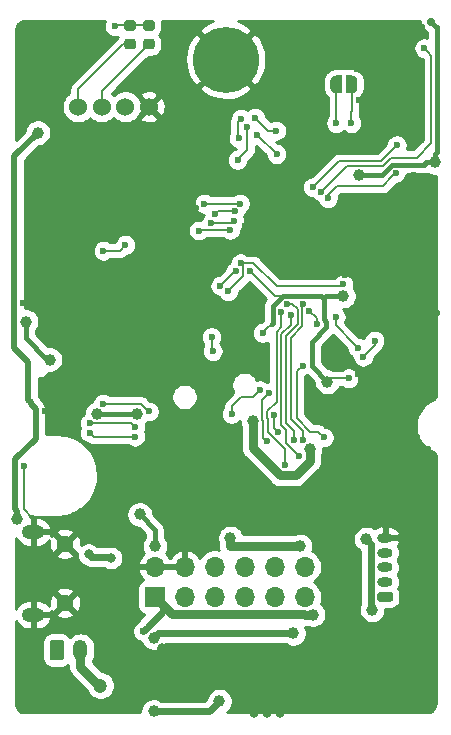
<source format=gbl>
G04 #@! TF.GenerationSoftware,KiCad,Pcbnew,(5.1.5-0-10_14)*
G04 #@! TF.CreationDate,2020-04-02T15:36:53+02:00*
G04 #@! TF.ProjectId,oibus-mini-CCC,6f696275-732d-46d6-996e-692d4343432e,rev?*
G04 #@! TF.SameCoordinates,Original*
G04 #@! TF.FileFunction,Copper,L2,Bot*
G04 #@! TF.FilePolarity,Positive*
%FSLAX46Y46*%
G04 Gerber Fmt 4.6, Leading zero omitted, Abs format (unit mm)*
G04 Created by KiCad (PCBNEW (5.1.5-0-10_14)) date 2020-04-02 15:36:53*
%MOMM*%
%LPD*%
G04 APERTURE LIST*
%ADD10C,5.600000*%
%ADD11O,1.700000X1.700000*%
%ADD12R,1.700000X1.700000*%
%ADD13C,0.149860*%
%ADD14O,1.200000X1.750000*%
%ADD15C,1.450000*%
%ADD16O,1.900000X1.200000*%
%ADD17O,1.300000X0.800000*%
%ADD18C,1.524000*%
%ADD19C,0.800000*%
%ADD20C,0.600000*%
%ADD21C,1.000000*%
%ADD22C,0.700000*%
%ADD23C,1.200000*%
%ADD24C,0.600000*%
%ADD25C,0.200000*%
%ADD26C,0.400000*%
%ADD27C,0.800000*%
%ADD28C,0.500000*%
%ADD29C,0.254000*%
G04 APERTURE END LIST*
D10*
X18500000Y56000000D03*
D11*
X25200000Y13040000D03*
X25200000Y10500000D03*
X22660000Y13040000D03*
X22660000Y10500000D03*
X20120000Y13040000D03*
X20120000Y10500000D03*
X17580000Y13040000D03*
X17580000Y10500000D03*
X15040000Y13040000D03*
X15040000Y10500000D03*
X12500000Y13040000D03*
D12*
X12500000Y10500000D03*
G04 #@! TA.AperFunction,ComponentPad*
D13*
G36*
X4574505Y6873796D02*
G01*
X4598773Y6870196D01*
X4622572Y6864235D01*
X4645671Y6855970D01*
X4667850Y6845480D01*
X4688893Y6832868D01*
X4708599Y6818253D01*
X4726777Y6801777D01*
X4743253Y6783599D01*
X4757868Y6763893D01*
X4770480Y6742850D01*
X4780970Y6720671D01*
X4789235Y6697572D01*
X4795196Y6673773D01*
X4798796Y6649505D01*
X4800000Y6625001D01*
X4800000Y5374999D01*
X4798796Y5350495D01*
X4795196Y5326227D01*
X4789235Y5302428D01*
X4780970Y5279329D01*
X4770480Y5257150D01*
X4757868Y5236107D01*
X4743253Y5216401D01*
X4726777Y5198223D01*
X4708599Y5181747D01*
X4688893Y5167132D01*
X4667850Y5154520D01*
X4645671Y5144030D01*
X4622572Y5135765D01*
X4598773Y5129804D01*
X4574505Y5126204D01*
X4550001Y5125000D01*
X3849999Y5125000D01*
X3825495Y5126204D01*
X3801227Y5129804D01*
X3777428Y5135765D01*
X3754329Y5144030D01*
X3732150Y5154520D01*
X3711107Y5167132D01*
X3691401Y5181747D01*
X3673223Y5198223D01*
X3656747Y5216401D01*
X3642132Y5236107D01*
X3629520Y5257150D01*
X3619030Y5279329D01*
X3610765Y5302428D01*
X3604804Y5326227D01*
X3601204Y5350495D01*
X3600000Y5374999D01*
X3600000Y6625001D01*
X3601204Y6649505D01*
X3604804Y6673773D01*
X3610765Y6697572D01*
X3619030Y6720671D01*
X3629520Y6742850D01*
X3642132Y6763893D01*
X3656747Y6783599D01*
X3673223Y6801777D01*
X3691401Y6818253D01*
X3711107Y6832868D01*
X3732150Y6845480D01*
X3754329Y6855970D01*
X3777428Y6864235D01*
X3801227Y6870196D01*
X3825495Y6873796D01*
X3849999Y6875000D01*
X4550001Y6875000D01*
X4574505Y6873796D01*
G37*
G04 #@! TD.AperFunction*
D14*
X6200000Y6000000D03*
D15*
X4900000Y15000000D03*
X4900000Y10000000D03*
D16*
X2200000Y16000000D03*
X2200000Y9000000D03*
G04 #@! TA.AperFunction,ComponentPad*
D13*
G36*
X32469603Y10899037D02*
G01*
X32489018Y10896157D01*
X32508057Y10891388D01*
X32526537Y10884776D01*
X32544279Y10876384D01*
X32561114Y10866294D01*
X32576879Y10854602D01*
X32591421Y10841421D01*
X32604602Y10826879D01*
X32616294Y10811114D01*
X32626384Y10794279D01*
X32634776Y10776537D01*
X32641388Y10758057D01*
X32646157Y10739018D01*
X32649037Y10719603D01*
X32650000Y10700000D01*
X32650000Y10300000D01*
X32649037Y10280397D01*
X32646157Y10260982D01*
X32641388Y10241943D01*
X32634776Y10223463D01*
X32626384Y10205721D01*
X32616294Y10188886D01*
X32604602Y10173121D01*
X32591421Y10158579D01*
X32576879Y10145398D01*
X32561114Y10133706D01*
X32544279Y10123616D01*
X32526537Y10115224D01*
X32508057Y10108612D01*
X32489018Y10103843D01*
X32469603Y10100963D01*
X32450000Y10100000D01*
X31550000Y10100000D01*
X31530397Y10100963D01*
X31510982Y10103843D01*
X31491943Y10108612D01*
X31473463Y10115224D01*
X31455721Y10123616D01*
X31438886Y10133706D01*
X31423121Y10145398D01*
X31408579Y10158579D01*
X31395398Y10173121D01*
X31383706Y10188886D01*
X31373616Y10205721D01*
X31365224Y10223463D01*
X31358612Y10241943D01*
X31353843Y10260982D01*
X31350963Y10280397D01*
X31350000Y10300000D01*
X31350000Y10700000D01*
X31350963Y10719603D01*
X31353843Y10739018D01*
X31358612Y10758057D01*
X31365224Y10776537D01*
X31373616Y10794279D01*
X31383706Y10811114D01*
X31395398Y10826879D01*
X31408579Y10841421D01*
X31423121Y10854602D01*
X31438886Y10866294D01*
X31455721Y10876384D01*
X31473463Y10884776D01*
X31491943Y10891388D01*
X31510982Y10896157D01*
X31530397Y10899037D01*
X31550000Y10900000D01*
X32450000Y10900000D01*
X32469603Y10899037D01*
G37*
G04 #@! TD.AperFunction*
D17*
X32000000Y11750000D03*
X32000000Y13000000D03*
X32000000Y14250000D03*
X32000000Y15500000D03*
D18*
X6000000Y52000000D03*
X8000000Y52000000D03*
X10000000Y52000000D03*
X12000000Y52000000D03*
G04 #@! TA.AperFunction,SMDPad,CuDef*
D13*
G36*
X28650000Y54650000D02*
G01*
X29150000Y54650000D01*
X29150000Y54649398D01*
X29174534Y54649398D01*
X29223365Y54644588D01*
X29271490Y54635016D01*
X29318445Y54620772D01*
X29363778Y54601995D01*
X29407051Y54578864D01*
X29447850Y54551604D01*
X29485779Y54520476D01*
X29520476Y54485779D01*
X29551604Y54447850D01*
X29578864Y54407051D01*
X29601995Y54363778D01*
X29620772Y54318445D01*
X29635016Y54271490D01*
X29644588Y54223365D01*
X29649398Y54174534D01*
X29649398Y54150000D01*
X29650000Y54150000D01*
X29650000Y53650000D01*
X29649398Y53650000D01*
X29649398Y53625466D01*
X29644588Y53576635D01*
X29635016Y53528510D01*
X29620772Y53481555D01*
X29601995Y53436222D01*
X29578864Y53392949D01*
X29551604Y53352150D01*
X29520476Y53314221D01*
X29485779Y53279524D01*
X29447850Y53248396D01*
X29407051Y53221136D01*
X29363778Y53198005D01*
X29318445Y53179228D01*
X29271490Y53164984D01*
X29223365Y53155412D01*
X29174534Y53150602D01*
X29150000Y53150602D01*
X29150000Y53150000D01*
X28650000Y53150000D01*
X28650000Y54650000D01*
G37*
G04 #@! TD.AperFunction*
G04 #@! TA.AperFunction,SMDPad,CuDef*
G36*
X27850000Y53150602D02*
G01*
X27825466Y53150602D01*
X27776635Y53155412D01*
X27728510Y53164984D01*
X27681555Y53179228D01*
X27636222Y53198005D01*
X27592949Y53221136D01*
X27552150Y53248396D01*
X27514221Y53279524D01*
X27479524Y53314221D01*
X27448396Y53352150D01*
X27421136Y53392949D01*
X27398005Y53436222D01*
X27379228Y53481555D01*
X27364984Y53528510D01*
X27355412Y53576635D01*
X27350602Y53625466D01*
X27350602Y53650000D01*
X27350000Y53650000D01*
X27350000Y54150000D01*
X27350602Y54150000D01*
X27350602Y54174534D01*
X27355412Y54223365D01*
X27364984Y54271490D01*
X27379228Y54318445D01*
X27398005Y54363778D01*
X27421136Y54407051D01*
X27448396Y54447850D01*
X27479524Y54485779D01*
X27514221Y54520476D01*
X27552150Y54551604D01*
X27592949Y54578864D01*
X27636222Y54601995D01*
X27681555Y54620772D01*
X27728510Y54635016D01*
X27776635Y54644588D01*
X27825466Y54649398D01*
X27850000Y54649398D01*
X27850000Y54650000D01*
X28350000Y54650000D01*
X28350000Y53150000D01*
X27850000Y53150000D01*
X27850000Y53150602D01*
G37*
G04 #@! TD.AperFunction*
G04 #@! TA.AperFunction,SMDPad,CuDef*
G36*
X10677691Y57748947D02*
G01*
X10698926Y57745797D01*
X10719750Y57740581D01*
X10739962Y57733349D01*
X10759368Y57724170D01*
X10777781Y57713134D01*
X10795024Y57700346D01*
X10810930Y57685930D01*
X10825346Y57670024D01*
X10838134Y57652781D01*
X10849170Y57634368D01*
X10858349Y57614962D01*
X10865581Y57594750D01*
X10870797Y57573926D01*
X10873947Y57552691D01*
X10875000Y57531250D01*
X10875000Y57093750D01*
X10873947Y57072309D01*
X10870797Y57051074D01*
X10865581Y57030250D01*
X10858349Y57010038D01*
X10849170Y56990632D01*
X10838134Y56972219D01*
X10825346Y56954976D01*
X10810930Y56939070D01*
X10795024Y56924654D01*
X10777781Y56911866D01*
X10759368Y56900830D01*
X10739962Y56891651D01*
X10719750Y56884419D01*
X10698926Y56879203D01*
X10677691Y56876053D01*
X10656250Y56875000D01*
X10143750Y56875000D01*
X10122309Y56876053D01*
X10101074Y56879203D01*
X10080250Y56884419D01*
X10060038Y56891651D01*
X10040632Y56900830D01*
X10022219Y56911866D01*
X10004976Y56924654D01*
X9989070Y56939070D01*
X9974654Y56954976D01*
X9961866Y56972219D01*
X9950830Y56990632D01*
X9941651Y57010038D01*
X9934419Y57030250D01*
X9929203Y57051074D01*
X9926053Y57072309D01*
X9925000Y57093750D01*
X9925000Y57531250D01*
X9926053Y57552691D01*
X9929203Y57573926D01*
X9934419Y57594750D01*
X9941651Y57614962D01*
X9950830Y57634368D01*
X9961866Y57652781D01*
X9974654Y57670024D01*
X9989070Y57685930D01*
X10004976Y57700346D01*
X10022219Y57713134D01*
X10040632Y57724170D01*
X10060038Y57733349D01*
X10080250Y57740581D01*
X10101074Y57745797D01*
X10122309Y57748947D01*
X10143750Y57750000D01*
X10656250Y57750000D01*
X10677691Y57748947D01*
G37*
G04 #@! TD.AperFunction*
G04 #@! TA.AperFunction,SMDPad,CuDef*
G36*
X10677691Y59323947D02*
G01*
X10698926Y59320797D01*
X10719750Y59315581D01*
X10739962Y59308349D01*
X10759368Y59299170D01*
X10777781Y59288134D01*
X10795024Y59275346D01*
X10810930Y59260930D01*
X10825346Y59245024D01*
X10838134Y59227781D01*
X10849170Y59209368D01*
X10858349Y59189962D01*
X10865581Y59169750D01*
X10870797Y59148926D01*
X10873947Y59127691D01*
X10875000Y59106250D01*
X10875000Y58668750D01*
X10873947Y58647309D01*
X10870797Y58626074D01*
X10865581Y58605250D01*
X10858349Y58585038D01*
X10849170Y58565632D01*
X10838134Y58547219D01*
X10825346Y58529976D01*
X10810930Y58514070D01*
X10795024Y58499654D01*
X10777781Y58486866D01*
X10759368Y58475830D01*
X10739962Y58466651D01*
X10719750Y58459419D01*
X10698926Y58454203D01*
X10677691Y58451053D01*
X10656250Y58450000D01*
X10143750Y58450000D01*
X10122309Y58451053D01*
X10101074Y58454203D01*
X10080250Y58459419D01*
X10060038Y58466651D01*
X10040632Y58475830D01*
X10022219Y58486866D01*
X10004976Y58499654D01*
X9989070Y58514070D01*
X9974654Y58529976D01*
X9961866Y58547219D01*
X9950830Y58565632D01*
X9941651Y58585038D01*
X9934419Y58605250D01*
X9929203Y58626074D01*
X9926053Y58647309D01*
X9925000Y58668750D01*
X9925000Y59106250D01*
X9926053Y59127691D01*
X9929203Y59148926D01*
X9934419Y59169750D01*
X9941651Y59189962D01*
X9950830Y59209368D01*
X9961866Y59227781D01*
X9974654Y59245024D01*
X9989070Y59260930D01*
X10004976Y59275346D01*
X10022219Y59288134D01*
X10040632Y59299170D01*
X10060038Y59308349D01*
X10080250Y59315581D01*
X10101074Y59320797D01*
X10122309Y59323947D01*
X10143750Y59325000D01*
X10656250Y59325000D01*
X10677691Y59323947D01*
G37*
G04 #@! TD.AperFunction*
G04 #@! TA.AperFunction,SMDPad,CuDef*
G36*
X12277691Y59323947D02*
G01*
X12298926Y59320797D01*
X12319750Y59315581D01*
X12339962Y59308349D01*
X12359368Y59299170D01*
X12377781Y59288134D01*
X12395024Y59275346D01*
X12410930Y59260930D01*
X12425346Y59245024D01*
X12438134Y59227781D01*
X12449170Y59209368D01*
X12458349Y59189962D01*
X12465581Y59169750D01*
X12470797Y59148926D01*
X12473947Y59127691D01*
X12475000Y59106250D01*
X12475000Y58668750D01*
X12473947Y58647309D01*
X12470797Y58626074D01*
X12465581Y58605250D01*
X12458349Y58585038D01*
X12449170Y58565632D01*
X12438134Y58547219D01*
X12425346Y58529976D01*
X12410930Y58514070D01*
X12395024Y58499654D01*
X12377781Y58486866D01*
X12359368Y58475830D01*
X12339962Y58466651D01*
X12319750Y58459419D01*
X12298926Y58454203D01*
X12277691Y58451053D01*
X12256250Y58450000D01*
X11743750Y58450000D01*
X11722309Y58451053D01*
X11701074Y58454203D01*
X11680250Y58459419D01*
X11660038Y58466651D01*
X11640632Y58475830D01*
X11622219Y58486866D01*
X11604976Y58499654D01*
X11589070Y58514070D01*
X11574654Y58529976D01*
X11561866Y58547219D01*
X11550830Y58565632D01*
X11541651Y58585038D01*
X11534419Y58605250D01*
X11529203Y58626074D01*
X11526053Y58647309D01*
X11525000Y58668750D01*
X11525000Y59106250D01*
X11526053Y59127691D01*
X11529203Y59148926D01*
X11534419Y59169750D01*
X11541651Y59189962D01*
X11550830Y59209368D01*
X11561866Y59227781D01*
X11574654Y59245024D01*
X11589070Y59260930D01*
X11604976Y59275346D01*
X11622219Y59288134D01*
X11640632Y59299170D01*
X11660038Y59308349D01*
X11680250Y59315581D01*
X11701074Y59320797D01*
X11722309Y59323947D01*
X11743750Y59325000D01*
X12256250Y59325000D01*
X12277691Y59323947D01*
G37*
G04 #@! TD.AperFunction*
G04 #@! TA.AperFunction,SMDPad,CuDef*
G36*
X12277691Y57748947D02*
G01*
X12298926Y57745797D01*
X12319750Y57740581D01*
X12339962Y57733349D01*
X12359368Y57724170D01*
X12377781Y57713134D01*
X12395024Y57700346D01*
X12410930Y57685930D01*
X12425346Y57670024D01*
X12438134Y57652781D01*
X12449170Y57634368D01*
X12458349Y57614962D01*
X12465581Y57594750D01*
X12470797Y57573926D01*
X12473947Y57552691D01*
X12475000Y57531250D01*
X12475000Y57093750D01*
X12473947Y57072309D01*
X12470797Y57051074D01*
X12465581Y57030250D01*
X12458349Y57010038D01*
X12449170Y56990632D01*
X12438134Y56972219D01*
X12425346Y56954976D01*
X12410930Y56939070D01*
X12395024Y56924654D01*
X12377781Y56911866D01*
X12359368Y56900830D01*
X12339962Y56891651D01*
X12319750Y56884419D01*
X12298926Y56879203D01*
X12277691Y56876053D01*
X12256250Y56875000D01*
X11743750Y56875000D01*
X11722309Y56876053D01*
X11701074Y56879203D01*
X11680250Y56884419D01*
X11660038Y56891651D01*
X11640632Y56900830D01*
X11622219Y56911866D01*
X11604976Y56924654D01*
X11589070Y56939070D01*
X11574654Y56954976D01*
X11561866Y56972219D01*
X11550830Y56990632D01*
X11541651Y57010038D01*
X11534419Y57030250D01*
X11529203Y57051074D01*
X11526053Y57072309D01*
X11525000Y57093750D01*
X11525000Y57531250D01*
X11526053Y57552691D01*
X11529203Y57573926D01*
X11534419Y57594750D01*
X11541651Y57614962D01*
X11550830Y57634368D01*
X11561866Y57652781D01*
X11574654Y57670024D01*
X11589070Y57685930D01*
X11604976Y57700346D01*
X11622219Y57713134D01*
X11640632Y57724170D01*
X11660038Y57733349D01*
X11680250Y57740581D01*
X11701074Y57745797D01*
X11722309Y57748947D01*
X11743750Y57750000D01*
X12256250Y57750000D01*
X12277691Y57748947D01*
G37*
G04 #@! TD.AperFunction*
D19*
X6899989Y14100000D03*
X8800000Y13800000D03*
D20*
X28900000Y26000000D03*
D19*
X28900000Y16200000D03*
X27900000Y24400000D03*
X28600000Y22300000D03*
X35300000Y4900000D03*
X35300000Y1600000D03*
X20100000Y5000000D03*
D20*
X33300000Y36200000D03*
X35200000Y42700000D03*
X34400000Y46200000D03*
X35100000Y58792003D03*
X30900000Y50100000D03*
X25200000Y50200000D03*
X26300000Y52800000D03*
X26300000Y55200000D03*
X29600000Y55200000D03*
X18500000Y33000000D03*
X34000000Y18500000D03*
X35600000Y23000000D03*
X31699979Y26400000D03*
X3100000Y44500000D03*
X23774265Y42274265D03*
X20100743Y41899195D03*
X13000000Y34500000D03*
X16200000Y37100000D03*
X2800000Y36900000D03*
X4400000Y32300000D03*
X17100000Y14600000D03*
X6241677Y11073899D03*
X36400000Y34500000D03*
X29736397Y29400000D03*
X27100000Y13400000D03*
X15983313Y43444503D03*
X29750000Y52600000D03*
D21*
X28700000Y7600000D03*
D19*
X19500000Y3000000D03*
X20100000Y1600000D03*
X20900000Y692039D03*
X22000000Y692039D03*
X23100000Y692013D03*
X20600008Y3000000D03*
D20*
X1700000Y56300000D03*
X12799998Y48800000D03*
X5800000Y48999990D03*
X14300000Y49300000D03*
X4050148Y48928182D03*
D19*
X13100000Y6200000D03*
D20*
X35750000Y27450000D03*
X1393413Y21593399D03*
X15600000Y30400000D03*
X13200000Y23599979D03*
D19*
X15800000Y23399960D03*
D20*
X4800000Y28000000D03*
X3200000Y26200000D03*
X1350000Y35400000D03*
X17600000Y25950000D03*
X33353815Y55823499D03*
X28635285Y37752330D03*
D21*
X36200000Y47300000D03*
X25639663Y22999179D03*
X20800000Y25400000D03*
D22*
X35907159Y59217791D03*
D21*
X12500000Y14800000D03*
X11220221Y17479779D03*
D20*
X9100000Y58799998D03*
X21617878Y32850022D03*
D21*
X1600000Y33799992D03*
X3600000Y30600002D03*
X7600000Y26000015D03*
X11000000Y26000000D03*
D20*
X28900032Y29000008D03*
D21*
X27100010Y28719730D03*
D20*
X20554289Y38097167D03*
D21*
X28448383Y35975883D03*
X29774954Y46199979D03*
D20*
X30148876Y30848876D03*
X31100000Y32200000D03*
X27800000Y34200000D03*
X29683174Y31613305D03*
X26800000Y24000000D03*
X25006478Y30093397D03*
D21*
X25900000Y9000000D03*
D20*
X11500002Y7600000D03*
D21*
X2600000Y49800000D03*
X800012Y17100000D03*
D20*
X7000000Y24400000D03*
X10817543Y24067697D03*
X7000000Y25200000D03*
X10856706Y24866741D03*
X22950192Y24428760D03*
X22599988Y25914450D03*
X20324272Y50324272D03*
X19499994Y47500000D03*
X16207413Y41522125D03*
X18875334Y41574905D03*
X8127713Y26872287D03*
X12000000Y26200000D03*
X19759265Y38748714D03*
X18707755Y36394631D03*
X28442562Y36975878D03*
X21400000Y28000000D03*
X19000000Y26000000D03*
X17300000Y32500000D03*
X17400000Y31300000D03*
D21*
X24228432Y7428432D03*
X12407019Y7054285D03*
X18900000Y15500000D03*
X24800000Y14800000D03*
X30400000Y15400000D03*
X30900000Y9400000D03*
D23*
X7887482Y3000000D03*
D20*
X19256234Y43134350D03*
X17631812Y42895267D03*
X19221010Y42328119D03*
X17283800Y42174915D03*
X25068703Y23820160D03*
X25019898Y35287834D03*
X24700000Y22400000D03*
X23985855Y34400010D03*
X23700000Y35300000D03*
X24247139Y23767105D03*
X23499990Y21700000D03*
X23220214Y34631986D03*
X29136566Y50627463D03*
X27850002Y50599998D03*
D21*
X12400000Y800000D03*
X17973200Y1665066D03*
D20*
X27150735Y44250735D03*
X32900000Y46400000D03*
X26585049Y44816421D03*
X35310231Y56950000D03*
X25883003Y45200000D03*
X32977166Y48757087D03*
X10000000Y40300000D03*
X19700000Y43800000D03*
X16700000Y43800000D03*
X8150000Y39810000D03*
X19800010Y51000000D03*
X19624272Y49324272D03*
X21000022Y51061337D03*
X22783112Y49976480D03*
X21167963Y49634282D03*
X22800067Y48000000D03*
X21979225Y23664719D03*
X22199979Y27800000D03*
X25585878Y34722426D03*
X26228374Y33589767D03*
X18050000Y36850000D03*
X19354278Y38057122D03*
D24*
X7099989Y13900000D02*
X6899989Y14100000D01*
X8700000Y13900000D02*
X7099989Y13900000D01*
D25*
X2200000Y17100000D02*
X2200000Y16000000D01*
X1393413Y17906587D02*
X2200000Y17100000D01*
X1393413Y21593399D02*
X1393413Y17906587D01*
X15983313Y43444503D02*
X15504503Y43444503D01*
X15504503Y43444503D02*
X15240000Y43180000D01*
X28635285Y37752330D02*
X28982955Y38100000D01*
D26*
X36200000Y47300000D02*
X36200000Y48007106D01*
X36257158Y58867792D02*
X35907159Y59217791D01*
X36200000Y48007106D02*
X36400000Y48207106D01*
X36400000Y48207106D02*
X36400000Y58724950D01*
X36400000Y58724950D02*
X36257158Y58867792D01*
X12500000Y16200000D02*
X11220221Y17479779D01*
X12500000Y14800000D02*
X12500000Y16200000D01*
D25*
X12000000Y58887500D02*
X10400000Y58887500D01*
X10400000Y58887500D02*
X9187502Y58887500D01*
X9187502Y58887500D02*
X9100000Y58799998D01*
X22412950Y33645094D02*
X21917877Y33150021D01*
X21917877Y33150021D02*
X21617878Y32850022D01*
D26*
X26582503Y36000000D02*
X26782513Y35799990D01*
X23363998Y36000000D02*
X26582503Y36000000D01*
X3399998Y30600002D02*
X3600000Y30600002D01*
X1600000Y32400000D02*
X3399998Y30600002D01*
X1600000Y33799992D02*
X1600000Y32400000D01*
X7600000Y26000015D02*
X10999985Y26000015D01*
X10999985Y26000015D02*
X11000000Y26000000D01*
D27*
X25639663Y22007661D02*
X24432001Y20799999D01*
X20800000Y24692894D02*
X20800000Y25400000D01*
X25639663Y22999179D02*
X25639663Y22007661D01*
X23067989Y20799999D02*
X20800000Y23067988D01*
X20800000Y23067988D02*
X20800000Y24692894D01*
X24432001Y20799999D02*
X23067989Y20799999D01*
D25*
X28900032Y29000008D02*
X27380288Y29000008D01*
X27380288Y29000008D02*
X27100010Y28719730D01*
X20854288Y37797168D02*
X20554289Y38097167D01*
X22651456Y36000000D02*
X20854288Y37797168D01*
X23363998Y36000000D02*
X22651456Y36000000D01*
D26*
X27741277Y35975883D02*
X28448383Y35975883D01*
X26782513Y35799990D02*
X26958406Y35975883D01*
X26958406Y35975883D02*
X27741277Y35975883D01*
X35292894Y47100000D02*
X32592901Y47100000D01*
X36200000Y47300000D02*
X35492894Y47300000D01*
X32592901Y47100000D02*
X31692880Y46199979D01*
X31692880Y46199979D02*
X30482060Y46199979D01*
X35492894Y47300000D02*
X35292894Y47100000D01*
X30482060Y46199979D02*
X29774954Y46199979D01*
X26782513Y34017487D02*
X27000000Y33800000D01*
X27000000Y28819740D02*
X27100010Y28719730D01*
X26782513Y35799990D02*
X26782513Y34017487D01*
X27000000Y33325391D02*
X25800000Y32125391D01*
X27000000Y33800000D02*
X27000000Y33325391D01*
X25800000Y30019740D02*
X27100010Y28719730D01*
X25800000Y32125391D02*
X25800000Y30019740D01*
D25*
X30148876Y30848876D02*
X31100000Y31800000D01*
X31100000Y31800000D02*
X31100000Y32200000D01*
D26*
X22500000Y33732144D02*
X22412950Y33645094D01*
X22500000Y35136002D02*
X22500000Y33732144D01*
X23363998Y36000000D02*
X22500000Y35136002D01*
D25*
X27800000Y34200000D02*
X27800000Y33496479D01*
X27800000Y33496479D02*
X29383175Y31913304D01*
X29383175Y31913304D02*
X29683174Y31613305D01*
X26800000Y24000000D02*
X26300001Y24499999D01*
X25665699Y24499999D02*
X24500000Y25665698D01*
X26300001Y24499999D02*
X25665699Y24499999D01*
X24500000Y29586919D02*
X25006478Y30093397D01*
X24500000Y25665698D02*
X24500000Y29586919D01*
D27*
X25192894Y9000000D02*
X25900000Y9000000D01*
X13200000Y9800000D02*
X13950001Y9049999D01*
X13950001Y9049999D02*
X25142895Y9049999D01*
X25142895Y9049999D02*
X25192894Y9000000D01*
X12500000Y10500000D02*
X13200000Y9800000D01*
D24*
X13200000Y9800000D02*
X13200000Y9299998D01*
X11800001Y7899999D02*
X11500002Y7600000D01*
X13200000Y9299998D02*
X11800001Y7899999D01*
D28*
X2400000Y26400000D02*
X2400000Y23910002D01*
X600000Y47800000D02*
X600000Y31600000D01*
X2400000Y23910002D02*
X643412Y22153414D01*
X600000Y31600000D02*
X1800000Y30400000D01*
X1800000Y30400000D02*
X1800000Y27200000D01*
X2000000Y27000000D02*
X2000000Y26800000D01*
X2600000Y49800000D02*
X600000Y47800000D01*
X2000000Y26800000D02*
X2400000Y26400000D01*
X643412Y22153414D02*
X643412Y17963706D01*
X643412Y17963706D02*
X800012Y17807106D01*
X1800000Y27200000D02*
X2000000Y27000000D01*
X800012Y17807106D02*
X800012Y17100000D01*
D25*
X7000000Y24400000D02*
X7332303Y24067697D01*
X7332303Y24067697D02*
X10393279Y24067697D01*
X10393279Y24067697D02*
X10817543Y24067697D01*
X7000000Y25200000D02*
X10523447Y25200000D01*
X10523447Y25200000D02*
X10556707Y25166740D01*
X10556707Y25166740D02*
X10856706Y24866741D01*
X22599988Y25490186D02*
X22599988Y25914450D01*
X22599988Y24778964D02*
X22599988Y25490186D01*
X22950192Y24428760D02*
X22599988Y24778964D01*
X19799993Y47799999D02*
X19499994Y47500000D01*
X20324272Y50324272D02*
X20324272Y48324278D01*
X20324272Y48324278D02*
X19799993Y47799999D01*
X18875334Y41574905D02*
X16260193Y41574905D01*
X16260193Y41574905D02*
X16207413Y41522125D01*
X11700001Y26499999D02*
X12000000Y26200000D01*
X11327713Y26872287D02*
X11700001Y26499999D01*
X8127713Y26872287D02*
X11327713Y26872287D01*
X19954288Y37641164D02*
X19954288Y38553691D01*
X18707755Y36394631D02*
X19954288Y37641164D01*
X19954288Y38553691D02*
X19759265Y38748714D01*
X22800000Y36800000D02*
X28266684Y36800000D01*
X20851286Y38748714D02*
X22800000Y36800000D01*
X28266684Y36800000D02*
X28442562Y36975878D01*
X19759265Y38748714D02*
X20851286Y38748714D01*
X19000000Y26424264D02*
X19000000Y26000000D01*
X19000000Y26624264D02*
X19000000Y26424264D01*
X19775736Y27400000D02*
X19000000Y26624264D01*
X20800000Y27400000D02*
X19775736Y27400000D01*
X21400000Y28000000D02*
X20800000Y27400000D01*
X17300000Y31400000D02*
X17400000Y31300000D01*
X17300000Y32500000D02*
X17300000Y31400000D01*
D24*
X12781166Y7428432D02*
X12407019Y7054285D01*
X24228432Y7428432D02*
X12781166Y7428432D01*
D27*
X18900000Y15500000D02*
X18900000Y14792894D01*
X20513108Y14792894D02*
X20520214Y14800000D01*
X18900000Y14792894D02*
X20513108Y14792894D01*
X20520214Y14800000D02*
X24800000Y14800000D01*
D24*
X30800000Y15000000D02*
X30800000Y10950000D01*
X30400000Y15400000D02*
X30800000Y15000000D01*
X30800000Y9500000D02*
X30900000Y9400000D01*
X30800000Y10950000D02*
X30800000Y9500000D01*
D27*
X7800000Y3000000D02*
X7887482Y3000000D01*
X6200000Y4600000D02*
X7800000Y3000000D01*
X6200000Y6000000D02*
X6200000Y4600000D01*
D25*
X17870895Y43134350D02*
X17631812Y42895267D01*
X19256234Y43134350D02*
X17870895Y43134350D01*
X17283800Y42174915D02*
X19067806Y42174915D01*
X19067806Y42174915D02*
X19221010Y42328119D01*
X25068703Y23820160D02*
X25068703Y24531297D01*
X25068703Y35239032D02*
X25019901Y35287834D01*
X24000010Y25599990D02*
X24000010Y32434312D01*
X24985876Y35253812D02*
X25019898Y35287834D01*
X25068703Y24531297D02*
X24000010Y25599990D01*
X24985876Y33420178D02*
X24985876Y35253812D01*
X25019901Y35287834D02*
X25019898Y35287834D01*
X24000010Y32434312D02*
X24985876Y33420178D01*
X23199990Y32765692D02*
X23985855Y33551557D01*
X23199990Y25027506D02*
X23199990Y32765692D01*
X23597953Y23502047D02*
X23597953Y24629543D01*
X23985855Y33975746D02*
X23985855Y34400010D01*
X23985855Y33551557D02*
X23985855Y33975746D01*
X24700000Y22400000D02*
X23597953Y23502047D01*
X23597953Y24629543D02*
X23199990Y25027506D01*
X24585865Y33585867D02*
X23599999Y32600001D01*
X24247139Y24546055D02*
X24247139Y24191369D01*
X24124264Y35300000D02*
X24585865Y34838399D01*
X23700000Y35300000D02*
X24124264Y35300000D01*
X24247139Y24191369D02*
X24247139Y23767105D01*
X24585865Y34838399D02*
X24585865Y33585867D01*
X23599999Y32600001D02*
X23600000Y25193194D01*
X23600000Y25193194D02*
X24247139Y24546055D01*
X21999986Y25626448D02*
X21999986Y26202452D01*
X22099986Y25526448D02*
X21999986Y25626448D01*
X23499990Y23029549D02*
X22099986Y24429553D01*
X23220214Y34207722D02*
X23220214Y34631986D01*
X21999986Y26202452D02*
X22799989Y27002455D01*
X22099986Y24429553D02*
X22099986Y25526448D01*
X23499990Y21700000D02*
X23499990Y23029549D01*
X23220214Y33384933D02*
X23220214Y34207722D01*
X22799989Y27002455D02*
X22799989Y32964708D01*
X22799989Y32964708D02*
X23220214Y33384933D01*
X29136566Y50627463D02*
X29136566Y51586566D01*
X29150000Y51600000D02*
X29150000Y53900000D01*
X29136566Y51586566D02*
X29150000Y51600000D01*
X27850002Y50599998D02*
X27850002Y51599998D01*
X27850000Y51600000D02*
X27850000Y53900000D01*
X27850002Y51599998D02*
X27850000Y51600000D01*
D24*
X12400000Y800000D02*
X17108134Y800000D01*
X17473201Y1165067D02*
X17973200Y1665066D01*
X17108134Y800000D02*
X17473201Y1165067D01*
D25*
X32600001Y46100001D02*
X32900000Y46400000D01*
X27150735Y44550735D02*
X27900000Y45300000D01*
X31800000Y45300000D02*
X32600001Y46100001D01*
X27900000Y45300000D02*
X31800000Y45300000D01*
X27150735Y44250735D02*
X27150735Y44550735D01*
X35610230Y56603982D02*
X35310231Y56903981D01*
X26585049Y44816421D02*
X28768617Y46999989D01*
X28768617Y46999989D02*
X31785768Y46999989D01*
X35900000Y56314212D02*
X35610230Y56603982D01*
X31785768Y46999989D02*
X32485768Y47699989D01*
X32485768Y47699989D02*
X34699989Y47699989D01*
X34699989Y47699989D02*
X35900000Y48900000D01*
X35900000Y48900000D02*
X35900000Y56314212D01*
X25883003Y45200000D02*
X28083003Y47400000D01*
X28083003Y47400000D02*
X31620079Y47400000D01*
X31620079Y47400000D02*
X32977166Y48757087D01*
X19700000Y43800000D02*
X16700000Y43800000D01*
X8574264Y39810000D02*
X8150000Y39810000D01*
X10000000Y40300000D02*
X9510000Y39810000D01*
X9510000Y39810000D02*
X8574264Y39810000D01*
X19800010Y51000000D02*
X19500011Y50700001D01*
X19500011Y49448533D02*
X19624272Y49324272D01*
X19500011Y50700001D02*
X19500011Y49448533D01*
X21000022Y51061337D02*
X22084879Y49976480D01*
X22084879Y49976480D02*
X22358848Y49976480D01*
X22358848Y49976480D02*
X22783112Y49976480D01*
X21167963Y49634282D02*
X22800067Y48002178D01*
X22800067Y48002178D02*
X22800067Y48000000D01*
X21899980Y27500001D02*
X22199979Y27800000D01*
X21679226Y25381508D02*
X21599975Y25460759D01*
X21979225Y23664719D02*
X21679226Y23964718D01*
X21599975Y27199996D02*
X21899980Y27500001D01*
X21679226Y23964718D02*
X21679226Y25381508D01*
X21599975Y25460759D02*
X21599975Y27199996D01*
X25585878Y34722426D02*
X26228374Y34079930D01*
X26228374Y34014031D02*
X26228374Y33589767D01*
X26228374Y34079930D02*
X26228374Y34014031D01*
X6000000Y53077630D02*
X6000000Y52000000D01*
X6000000Y53487500D02*
X6000000Y53077630D01*
X9825000Y57312500D02*
X6000000Y53487500D01*
X10400000Y57312500D02*
X9825000Y57312500D01*
X12012500Y57312500D02*
X12400000Y57312500D01*
X8000000Y53300000D02*
X12012500Y57312500D01*
X8000000Y52000000D02*
X8000000Y53300000D01*
X19257122Y38057122D02*
X19354278Y38057122D01*
X18050000Y36850000D02*
X19257122Y38057122D01*
D29*
G36*
X8278504Y59239097D02*
G01*
X8208624Y59070394D01*
X8173000Y58891299D01*
X8173000Y58708697D01*
X8208624Y58529602D01*
X8278504Y58360899D01*
X8379952Y58209070D01*
X8509072Y58079950D01*
X8660901Y57978502D01*
X8829604Y57908622D01*
X9008699Y57872998D01*
X9191301Y57872998D01*
X9370396Y57908622D01*
X9392581Y57917811D01*
X9373813Y57882699D01*
X9308446Y57829054D01*
X9285683Y57801317D01*
X5511189Y54026821D01*
X5483446Y54004053D01*
X5392597Y53893352D01*
X5347054Y53808147D01*
X5325090Y53767056D01*
X5283520Y53630017D01*
X5269483Y53487500D01*
X5273000Y53451792D01*
X5273000Y53184770D01*
X5114564Y53078907D01*
X4921093Y52885436D01*
X4769084Y52657938D01*
X4664378Y52405156D01*
X4611000Y52136805D01*
X4611000Y51863195D01*
X4664378Y51594844D01*
X4769084Y51342062D01*
X4921093Y51114564D01*
X5114564Y50921093D01*
X5342062Y50769084D01*
X5594844Y50664378D01*
X5863195Y50611000D01*
X6136805Y50611000D01*
X6405156Y50664378D01*
X6657938Y50769084D01*
X6885436Y50921093D01*
X7000000Y51035657D01*
X7114564Y50921093D01*
X7342062Y50769084D01*
X7594844Y50664378D01*
X7863195Y50611000D01*
X8136805Y50611000D01*
X8405156Y50664378D01*
X8657938Y50769084D01*
X8885436Y50921093D01*
X9000000Y51035657D01*
X9114564Y50921093D01*
X9342062Y50769084D01*
X9594844Y50664378D01*
X9863195Y50611000D01*
X10136805Y50611000D01*
X10405156Y50664378D01*
X10657938Y50769084D01*
X10885436Y50921093D01*
X10998778Y51034435D01*
X11214040Y51034435D01*
X11281020Y50794344D01*
X11530048Y50677244D01*
X11797135Y50610977D01*
X12072017Y50598090D01*
X12344133Y50639078D01*
X12603023Y50732364D01*
X12718980Y50794344D01*
X12785960Y51034435D01*
X12000000Y51820395D01*
X11214040Y51034435D01*
X10998778Y51034435D01*
X11078907Y51114564D01*
X11230916Y51342062D01*
X11279324Y51458929D01*
X11820395Y52000000D01*
X12179605Y52000000D01*
X12965565Y51214040D01*
X13205656Y51281020D01*
X13322756Y51530048D01*
X13389023Y51797135D01*
X13401910Y52072017D01*
X13360922Y52344133D01*
X13267636Y52603023D01*
X13205656Y52718980D01*
X12965565Y52785960D01*
X12179605Y52000000D01*
X11820395Y52000000D01*
X11279324Y52541071D01*
X11230916Y52657938D01*
X11078907Y52885436D01*
X10998778Y52965565D01*
X11214040Y52965565D01*
X12000000Y52179605D01*
X12785960Y52965565D01*
X12718980Y53205656D01*
X12469952Y53322756D01*
X12202865Y53389023D01*
X11927983Y53401910D01*
X11655867Y53360922D01*
X11396977Y53267636D01*
X11281020Y53205656D01*
X11214040Y52965565D01*
X10998778Y52965565D01*
X10885436Y53078907D01*
X10657938Y53230916D01*
X10405156Y53335622D01*
X10136805Y53389000D01*
X9863195Y53389000D01*
X9594844Y53335622D01*
X9342062Y53230916D01*
X9114564Y53078907D01*
X9000000Y52964343D01*
X8885436Y53078907D01*
X8838440Y53110308D01*
X9311651Y53583519D01*
X16263124Y53583519D01*
X16575308Y53134823D01*
X17171259Y52814388D01*
X17818273Y52616374D01*
X18491484Y52548390D01*
X19165023Y52613051D01*
X19813006Y52807870D01*
X20410530Y53125361D01*
X20424692Y53134823D01*
X20736876Y53583519D01*
X18500000Y55820395D01*
X16263124Y53583519D01*
X9311651Y53583519D01*
X11736649Y56008516D01*
X15048390Y56008516D01*
X15113051Y55334977D01*
X15307870Y54686994D01*
X15625361Y54089470D01*
X15634823Y54075308D01*
X16083519Y53763124D01*
X18320395Y56000000D01*
X18679605Y56000000D01*
X20916481Y53763124D01*
X21365177Y54075308D01*
X21405337Y54150000D01*
X26719966Y54150000D01*
X26719966Y53650000D01*
X26722374Y53625551D01*
X26722374Y53600991D01*
X26734480Y53478078D01*
X26753602Y53381945D01*
X26789453Y53263757D01*
X26826962Y53173201D01*
X26885185Y53064273D01*
X26939641Y52982774D01*
X27017994Y52887302D01*
X27087302Y52817994D01*
X27123001Y52788697D01*
X27123000Y51635708D01*
X27119483Y51600000D01*
X27123003Y51564262D01*
X27123003Y51180522D01*
X27028506Y51039097D01*
X26958626Y50870394D01*
X26923002Y50691299D01*
X26923002Y50508697D01*
X26958626Y50329602D01*
X27028506Y50160899D01*
X27129954Y50009070D01*
X27259074Y49879950D01*
X27410903Y49778502D01*
X27579606Y49708622D01*
X27758701Y49672998D01*
X27941303Y49672998D01*
X28120398Y49708622D01*
X28289101Y49778502D01*
X28440930Y49879950D01*
X28507017Y49946037D01*
X28545638Y49907415D01*
X28697467Y49805967D01*
X28866170Y49736087D01*
X29045265Y49700463D01*
X29227867Y49700463D01*
X29406962Y49736087D01*
X29575665Y49805967D01*
X29727494Y49907415D01*
X29856614Y50036535D01*
X29958062Y50188364D01*
X30027942Y50357067D01*
X30063566Y50536162D01*
X30063566Y50718764D01*
X30027942Y50897859D01*
X29958062Y51066562D01*
X29863566Y51207987D01*
X29863566Y51447877D01*
X29866480Y51457483D01*
X29877000Y51564292D01*
X29877000Y51564293D01*
X29880517Y51600000D01*
X29877000Y51635708D01*
X29877000Y52788697D01*
X29912698Y52817994D01*
X29982006Y52887302D01*
X30060359Y52982774D01*
X30114815Y53064273D01*
X30173038Y53173201D01*
X30210547Y53263757D01*
X30246398Y53381945D01*
X30265520Y53478078D01*
X30277626Y53600991D01*
X30277626Y53625551D01*
X30280034Y53650000D01*
X30280034Y54150000D01*
X30277626Y54174449D01*
X30277626Y54199009D01*
X30265520Y54321922D01*
X30246398Y54418055D01*
X30210547Y54536243D01*
X30173038Y54626799D01*
X30114815Y54735727D01*
X30060359Y54817226D01*
X29982006Y54912698D01*
X29912698Y54982006D01*
X29817226Y55060359D01*
X29735727Y55114815D01*
X29626799Y55173038D01*
X29536243Y55210547D01*
X29418055Y55246398D01*
X29321922Y55265520D01*
X29199009Y55277626D01*
X29174449Y55277626D01*
X29150000Y55280034D01*
X28650000Y55280034D01*
X28527086Y55267928D01*
X28500000Y55259712D01*
X28472914Y55267928D01*
X28350000Y55280034D01*
X27850000Y55280034D01*
X27825551Y55277626D01*
X27800991Y55277626D01*
X27678078Y55265520D01*
X27581945Y55246398D01*
X27463757Y55210547D01*
X27373201Y55173038D01*
X27264273Y55114815D01*
X27182774Y55060359D01*
X27087302Y54982006D01*
X27017994Y54912698D01*
X26939641Y54817226D01*
X26885185Y54735727D01*
X26826962Y54626799D01*
X26789453Y54536243D01*
X26753602Y54418055D01*
X26734480Y54321922D01*
X26722374Y54199009D01*
X26722374Y54174449D01*
X26719966Y54150000D01*
X21405337Y54150000D01*
X21685612Y54671259D01*
X21883626Y55318273D01*
X21951610Y55991484D01*
X21886949Y56665023D01*
X21692130Y57313006D01*
X21374639Y57910530D01*
X21365177Y57924692D01*
X20916481Y58236876D01*
X18679605Y56000000D01*
X18320395Y56000000D01*
X16083519Y58236876D01*
X15634823Y57924692D01*
X15314388Y57328741D01*
X15116374Y56681727D01*
X15048390Y56008516D01*
X11736649Y56008516D01*
X11973101Y56244967D01*
X12256250Y56244967D01*
X12421839Y56261276D01*
X12581065Y56309577D01*
X12727809Y56388013D01*
X12856430Y56493570D01*
X12961987Y56622191D01*
X13040423Y56768935D01*
X13088724Y56928161D01*
X13105033Y57093750D01*
X13105033Y57132247D01*
X13116480Y57169983D01*
X13130517Y57312500D01*
X13116480Y57455017D01*
X13105033Y57492753D01*
X13105033Y57531250D01*
X13088724Y57696839D01*
X13040423Y57856065D01*
X12961987Y58002809D01*
X12882224Y58100000D01*
X12961987Y58197191D01*
X13040423Y58343935D01*
X13088724Y58503161D01*
X13105033Y58668750D01*
X13105033Y59106250D01*
X13089396Y59265013D01*
X17429408Y59265013D01*
X17186994Y59192130D01*
X16589470Y58874639D01*
X16575308Y58865177D01*
X16263124Y58416481D01*
X18500000Y56179605D01*
X20736876Y58416481D01*
X20424692Y58865177D01*
X19828741Y59185612D01*
X19569297Y59265013D01*
X34930159Y59265013D01*
X34930159Y59121565D01*
X34967705Y58932811D01*
X35041353Y58755008D01*
X35148274Y58594990D01*
X35284358Y58458906D01*
X35444376Y58351985D01*
X35573001Y58298707D01*
X35573001Y57842893D01*
X35401532Y57877000D01*
X35218930Y57877000D01*
X35039835Y57841376D01*
X34871132Y57771496D01*
X34719303Y57670048D01*
X34590183Y57540928D01*
X34488735Y57389099D01*
X34418855Y57220396D01*
X34383231Y57041301D01*
X34383231Y56858699D01*
X34418855Y56679604D01*
X34488735Y56510901D01*
X34590183Y56359072D01*
X34719303Y56229952D01*
X34871132Y56128504D01*
X35039835Y56058624D01*
X35149212Y56036868D01*
X35173001Y56013079D01*
X35173000Y49201134D01*
X34398857Y48426989D01*
X33843812Y48426989D01*
X33868542Y48486691D01*
X33904166Y48665786D01*
X33904166Y48848388D01*
X33868542Y49027483D01*
X33798662Y49196186D01*
X33697214Y49348015D01*
X33568094Y49477135D01*
X33416265Y49578583D01*
X33247562Y49648463D01*
X33068467Y49684087D01*
X32885865Y49684087D01*
X32706770Y49648463D01*
X32538067Y49578583D01*
X32386238Y49477135D01*
X32257118Y49348015D01*
X32155670Y49196186D01*
X32085790Y49027483D01*
X32052607Y48860662D01*
X31318947Y48127000D01*
X28118711Y48127000D01*
X28083003Y48130517D01*
X27940485Y48116480D01*
X27856251Y48090928D01*
X27803446Y48074910D01*
X27677150Y48007403D01*
X27566449Y47916554D01*
X27543686Y47888817D01*
X25779429Y46124559D01*
X25612607Y46091376D01*
X25443904Y46021496D01*
X25292075Y45920048D01*
X25162955Y45790928D01*
X25061507Y45639099D01*
X24991627Y45470396D01*
X24956003Y45291301D01*
X24956003Y45108699D01*
X24991627Y44929604D01*
X25061507Y44760901D01*
X25162955Y44609072D01*
X25292075Y44479952D01*
X25443904Y44378504D01*
X25612607Y44308624D01*
X25791702Y44273000D01*
X25833258Y44273000D01*
X25865001Y44225493D01*
X25994121Y44096373D01*
X26145950Y43994925D01*
X26275554Y43941240D01*
X26329239Y43811636D01*
X26430687Y43659807D01*
X26559807Y43530687D01*
X26711636Y43429239D01*
X26880339Y43359359D01*
X27059434Y43323735D01*
X27242036Y43323735D01*
X27421131Y43359359D01*
X27589834Y43429239D01*
X27741663Y43530687D01*
X27870783Y43659807D01*
X27972231Y43811636D01*
X28042111Y43980339D01*
X28077735Y44159434D01*
X28077735Y44342036D01*
X28059889Y44431756D01*
X28201133Y44573000D01*
X31764292Y44573000D01*
X31800000Y44569483D01*
X31942517Y44583520D01*
X31952153Y44586443D01*
X32079557Y44625090D01*
X32205853Y44692597D01*
X32316554Y44783446D01*
X32339325Y44811193D01*
X33003574Y45475441D01*
X33170396Y45508624D01*
X33339099Y45578504D01*
X33490928Y45679952D01*
X33620048Y45809072D01*
X33721496Y45960901D01*
X33791376Y46129604D01*
X33819899Y46273000D01*
X35252280Y46273000D01*
X35292894Y46269000D01*
X35333508Y46273000D01*
X35333518Y46273000D01*
X35455014Y46284966D01*
X35610904Y46332255D01*
X35615839Y46334893D01*
X35666165Y46301266D01*
X35871266Y46216310D01*
X36089000Y46173000D01*
X36273000Y46173000D01*
X36273001Y27535564D01*
X36264381Y27447652D01*
X36249178Y27397296D01*
X36224484Y27350854D01*
X36191239Y27310091D01*
X36150711Y27276563D01*
X36074567Y27235392D01*
X36030583Y27216904D01*
X35997845Y27199202D01*
X35963607Y27184626D01*
X35954734Y27179695D01*
X35665856Y27016511D01*
X35611912Y26978653D01*
X35557465Y26941565D01*
X35549719Y26935005D01*
X35298039Y26718820D01*
X35252490Y26671220D01*
X35206268Y26624247D01*
X35199944Y26616307D01*
X34995046Y26355353D01*
X34959606Y26299805D01*
X34923393Y26244756D01*
X34918731Y26235739D01*
X34768423Y25939958D01*
X34744460Y25878616D01*
X34719616Y25817551D01*
X34716794Y25807800D01*
X34626799Y25488455D01*
X34615201Y25423593D01*
X34602697Y25358898D01*
X34601823Y25348784D01*
X34575570Y25018042D01*
X34576792Y24952150D01*
X34577092Y24886273D01*
X34578199Y24876182D01*
X34616687Y24546640D01*
X34630682Y24482246D01*
X34643774Y24417675D01*
X34646820Y24407992D01*
X34748583Y24092201D01*
X34774831Y24031725D01*
X34800204Y23970952D01*
X34805073Y23962045D01*
X34966236Y23672035D01*
X35003708Y23617841D01*
X35040423Y23563124D01*
X35046929Y23555332D01*
X35261352Y23302148D01*
X35308625Y23256276D01*
X35355283Y23209718D01*
X35363179Y23203338D01*
X35622696Y22996625D01*
X35678014Y22960786D01*
X35732788Y22924203D01*
X35741772Y22919478D01*
X36036497Y22767108D01*
X36036506Y22767105D01*
X36146545Y22710215D01*
X36187689Y22677443D01*
X36221681Y22637307D01*
X36247232Y22591328D01*
X36263365Y22541263D01*
X36273000Y22458768D01*
X36273001Y1527575D01*
X36254859Y1342548D01*
X36211451Y1198775D01*
X36140944Y1066170D01*
X36046026Y949789D01*
X35930307Y854058D01*
X35798196Y782625D01*
X35654736Y738217D01*
X35472016Y719013D01*
X18585878Y719013D01*
X18691621Y789668D01*
X18848598Y946645D01*
X18971934Y1131231D01*
X19056890Y1336332D01*
X19100200Y1554066D01*
X19100200Y1776066D01*
X19056890Y1993800D01*
X18971934Y2198901D01*
X18848598Y2383487D01*
X18691621Y2540464D01*
X18507035Y2663800D01*
X18301934Y2748756D01*
X18084200Y2792066D01*
X17862200Y2792066D01*
X17644466Y2748756D01*
X17439365Y2663800D01*
X17254779Y2540464D01*
X17097802Y2383487D01*
X16974466Y2198901D01*
X16889510Y1993800D01*
X16864320Y1867161D01*
X16724159Y1727000D01*
X13041193Y1727000D01*
X12933835Y1798734D01*
X12728734Y1883690D01*
X12511000Y1927000D01*
X12289000Y1927000D01*
X12071266Y1883690D01*
X11866165Y1798734D01*
X11681579Y1675398D01*
X11524602Y1518421D01*
X11401266Y1333835D01*
X11316310Y1128734D01*
X11273000Y911000D01*
X11273000Y719013D01*
X1535552Y719013D01*
X1350535Y737154D01*
X1206762Y780562D01*
X1074157Y851069D01*
X957776Y945987D01*
X862045Y1061706D01*
X790612Y1193817D01*
X746204Y1337277D01*
X727000Y1519997D01*
X727000Y6625001D01*
X2969967Y6625001D01*
X2969967Y5374999D01*
X2986877Y5203313D01*
X3036955Y5038225D01*
X3118279Y4886079D01*
X3227722Y4752722D01*
X3361079Y4643279D01*
X3513225Y4561955D01*
X3678313Y4511877D01*
X3849999Y4494967D01*
X4550001Y4494967D01*
X4721687Y4511877D01*
X4886775Y4561955D01*
X5038921Y4643279D01*
X5172278Y4752722D01*
X5173001Y4753603D01*
X5173001Y4650450D01*
X5168032Y4600000D01*
X5173001Y4549549D01*
X5187861Y4398673D01*
X5246586Y4205083D01*
X5341950Y4026669D01*
X5470289Y3870288D01*
X5509476Y3838128D01*
X6709141Y2638462D01*
X6800129Y2418798D01*
X6934409Y2217833D01*
X7105315Y2046927D01*
X7306280Y1912647D01*
X7529579Y1820153D01*
X7766633Y1773000D01*
X8008331Y1773000D01*
X8245385Y1820153D01*
X8468684Y1912647D01*
X8669649Y2046927D01*
X8840555Y2217833D01*
X8974835Y2418798D01*
X9067329Y2642097D01*
X9114482Y2879151D01*
X9114482Y3120849D01*
X9067329Y3357903D01*
X8974835Y3581202D01*
X8840555Y3782167D01*
X8669649Y3953073D01*
X8468684Y4087353D01*
X8245385Y4179847D01*
X8029635Y4222762D01*
X7227000Y5025396D01*
X7227000Y5043480D01*
X7339084Y5253177D01*
X7409245Y5484467D01*
X7427000Y5664733D01*
X7427000Y6335268D01*
X7409245Y6515534D01*
X7339084Y6746824D01*
X7225149Y6959983D01*
X7071817Y7146817D01*
X6884982Y7300149D01*
X6671823Y7414084D01*
X6440533Y7484245D01*
X6200000Y7507936D01*
X5959466Y7484245D01*
X5728176Y7414084D01*
X5515017Y7300149D01*
X5328183Y7146817D01*
X5289398Y7099558D01*
X5281721Y7113921D01*
X5172278Y7247278D01*
X5038921Y7356721D01*
X4886775Y7438045D01*
X4721687Y7488123D01*
X4550001Y7505033D01*
X3849999Y7505033D01*
X3678313Y7488123D01*
X3513225Y7438045D01*
X3361079Y7356721D01*
X3227722Y7247278D01*
X3118279Y7113921D01*
X3036955Y6961775D01*
X2986877Y6796687D01*
X2969967Y6625001D01*
X727000Y6625001D01*
X727000Y7600000D01*
X10568518Y7600000D01*
X10573002Y7554473D01*
X10573002Y7508699D01*
X10581932Y7463805D01*
X10586416Y7418277D01*
X10599696Y7374497D01*
X10608626Y7329604D01*
X10626141Y7287321D01*
X10639422Y7243537D01*
X10660993Y7203181D01*
X10678506Y7160901D01*
X10703931Y7122849D01*
X10725501Y7082495D01*
X10754526Y7047127D01*
X10779954Y7009072D01*
X10812318Y6976708D01*
X10841343Y6941341D01*
X10876710Y6912316D01*
X10909074Y6879952D01*
X10947129Y6854524D01*
X10982497Y6825499D01*
X11022851Y6803929D01*
X11060903Y6778504D01*
X11103183Y6760991D01*
X11143539Y6739420D01*
X11187323Y6726139D01*
X11229606Y6708624D01*
X11274499Y6699694D01*
X11318279Y6686414D01*
X11340444Y6684231D01*
X11408285Y6520450D01*
X11531621Y6335864D01*
X11688598Y6178887D01*
X11873184Y6055551D01*
X12078285Y5970595D01*
X12296019Y5927285D01*
X12518019Y5927285D01*
X12735753Y5970595D01*
X12940854Y6055551D01*
X13125440Y6178887D01*
X13282417Y6335864D01*
X13393046Y6501432D01*
X23587239Y6501432D01*
X23694597Y6429698D01*
X23899698Y6344742D01*
X24117432Y6301432D01*
X24339432Y6301432D01*
X24557166Y6344742D01*
X24762267Y6429698D01*
X24946853Y6553034D01*
X25103830Y6710011D01*
X25227166Y6894597D01*
X25312122Y7099698D01*
X25355432Y7317432D01*
X25355432Y7539432D01*
X25312122Y7757166D01*
X25227166Y7962267D01*
X25221436Y7970843D01*
X25243334Y7973000D01*
X25434405Y7973000D01*
X25571266Y7916310D01*
X25789000Y7873000D01*
X26011000Y7873000D01*
X26228734Y7916310D01*
X26433835Y8001266D01*
X26618421Y8124602D01*
X26775398Y8281579D01*
X26898734Y8466165D01*
X26983690Y8671266D01*
X27027000Y8889000D01*
X27027000Y9111000D01*
X26983690Y9328734D01*
X26898734Y9533835D01*
X26775398Y9718421D01*
X26618421Y9875398D01*
X26556980Y9916451D01*
X26620240Y10069175D01*
X26677000Y10354528D01*
X26677000Y10645472D01*
X26620240Y10930825D01*
X26508901Y11199622D01*
X26347261Y11441533D01*
X26141533Y11647261D01*
X25957841Y11770000D01*
X26141533Y11892739D01*
X26347261Y12098467D01*
X26508901Y12340378D01*
X26620240Y12609175D01*
X26677000Y12894528D01*
X26677000Y13185472D01*
X26620240Y13470825D01*
X26508901Y13739622D01*
X26347261Y13981533D01*
X26141533Y14187261D01*
X25899622Y14348901D01*
X25842760Y14372454D01*
X25883690Y14471266D01*
X25927000Y14689000D01*
X25927000Y14911000D01*
X25883690Y15128734D01*
X25798734Y15333835D01*
X25680357Y15511000D01*
X29273000Y15511000D01*
X29273000Y15289000D01*
X29316310Y15071266D01*
X29401266Y14866165D01*
X29524602Y14681579D01*
X29681579Y14524602D01*
X29866165Y14401266D01*
X29873000Y14398435D01*
X29873001Y10995547D01*
X29873000Y10995537D01*
X29873001Y9865597D01*
X29816310Y9728734D01*
X29773000Y9511000D01*
X29773000Y9289000D01*
X29816310Y9071266D01*
X29901266Y8866165D01*
X30024602Y8681579D01*
X30181579Y8524602D01*
X30366165Y8401266D01*
X30571266Y8316310D01*
X30789000Y8273000D01*
X31011000Y8273000D01*
X31228734Y8316310D01*
X31433835Y8401266D01*
X31618421Y8524602D01*
X31775398Y8681579D01*
X31898734Y8866165D01*
X31983690Y9071266D01*
X32027000Y9289000D01*
X32027000Y9469967D01*
X32450000Y9469967D01*
X32611931Y9485916D01*
X32767640Y9533149D01*
X32911142Y9609853D01*
X33036922Y9713078D01*
X33140147Y9838858D01*
X33216851Y9982360D01*
X33264084Y10138069D01*
X33280033Y10300000D01*
X33280033Y10700000D01*
X33264084Y10861931D01*
X33216851Y11017640D01*
X33140147Y11161142D01*
X33115684Y11190950D01*
X33203415Y11355083D01*
X33262140Y11548673D01*
X33281969Y11750000D01*
X33262140Y11951327D01*
X33203415Y12144917D01*
X33108051Y12323331D01*
X33065647Y12375000D01*
X33108051Y12426669D01*
X33203415Y12605083D01*
X33262140Y12798673D01*
X33281969Y13000000D01*
X33262140Y13201327D01*
X33203415Y13394917D01*
X33108051Y13573331D01*
X33065647Y13625000D01*
X33108051Y13676669D01*
X33203415Y13855083D01*
X33262140Y14048673D01*
X33281969Y14250000D01*
X33262140Y14451327D01*
X33203415Y14644917D01*
X33108051Y14823331D01*
X33076828Y14861376D01*
X33145255Y14951840D01*
X33234994Y15137028D01*
X33244666Y15213877D01*
X33116998Y15373000D01*
X32127000Y15373000D01*
X32127000Y15353000D01*
X31873000Y15353000D01*
X31873000Y15373000D01*
X31853000Y15373000D01*
X31853000Y15627000D01*
X31873000Y15627000D01*
X31873000Y16383762D01*
X32127000Y16383762D01*
X32127000Y15627000D01*
X33116998Y15627000D01*
X33244666Y15786123D01*
X33234994Y15862972D01*
X33145255Y16048160D01*
X33021112Y16212283D01*
X32867336Y16349033D01*
X32689836Y16453155D01*
X32495433Y16520648D01*
X32291599Y16548918D01*
X32127000Y16383762D01*
X31873000Y16383762D01*
X31708401Y16548918D01*
X31504567Y16520648D01*
X31310164Y16453155D01*
X31132664Y16349033D01*
X31079275Y16301555D01*
X30933835Y16398734D01*
X30728734Y16483690D01*
X30511000Y16527000D01*
X30289000Y16527000D01*
X30071266Y16483690D01*
X29866165Y16398734D01*
X29681579Y16275398D01*
X29524602Y16118421D01*
X29401266Y15933835D01*
X29316310Y15728734D01*
X29273000Y15511000D01*
X25680357Y15511000D01*
X25675398Y15518421D01*
X25518421Y15675398D01*
X25333835Y15798734D01*
X25128734Y15883690D01*
X24911000Y15927000D01*
X24689000Y15927000D01*
X24471266Y15883690D01*
X24334405Y15827000D01*
X20570654Y15827000D01*
X20520213Y15831968D01*
X20469772Y15827000D01*
X20469763Y15827000D01*
X20397615Y15819894D01*
X19985448Y15819894D01*
X19983690Y15828734D01*
X19898734Y16033835D01*
X19775398Y16218421D01*
X19618421Y16375398D01*
X19433835Y16498734D01*
X19228734Y16583690D01*
X19011000Y16627000D01*
X18789000Y16627000D01*
X18571266Y16583690D01*
X18366165Y16498734D01*
X18181579Y16375398D01*
X18024602Y16218421D01*
X17901266Y16033835D01*
X17816310Y15828734D01*
X17773000Y15611000D01*
X17773000Y15389000D01*
X17816310Y15171266D01*
X17873000Y15034405D01*
X17873000Y14843345D01*
X17868031Y14792894D01*
X17887860Y14591567D01*
X17922360Y14477837D01*
X17725472Y14517000D01*
X17434528Y14517000D01*
X17149175Y14460240D01*
X16880378Y14348901D01*
X16638467Y14187261D01*
X16432739Y13981533D01*
X16309340Y13796853D01*
X16235178Y13921355D01*
X16040269Y14137588D01*
X15806920Y14311641D01*
X15544099Y14436825D01*
X15396890Y14481476D01*
X15167000Y14360155D01*
X15167000Y13167000D01*
X15187000Y13167000D01*
X15187000Y12913000D01*
X15167000Y12913000D01*
X15167000Y12893000D01*
X14913000Y12893000D01*
X14913000Y12913000D01*
X12627000Y12913000D01*
X12627000Y12893000D01*
X12373000Y12893000D01*
X12373000Y12913000D01*
X11179186Y12913000D01*
X11058519Y12683109D01*
X11155843Y12408748D01*
X11304822Y12158645D01*
X11487544Y11955932D01*
X11408897Y11932075D01*
X11299972Y11873853D01*
X11204499Y11795501D01*
X11126147Y11700028D01*
X11067925Y11591103D01*
X11032073Y11472913D01*
X11019967Y11350000D01*
X11019967Y9650000D01*
X11032073Y9527087D01*
X11067925Y9408897D01*
X11126147Y9299972D01*
X11204499Y9204499D01*
X11299972Y9126147D01*
X11408897Y9067925D01*
X11527087Y9032073D01*
X11612670Y9023644D01*
X11176714Y8587687D01*
X10909077Y8320050D01*
X10909074Y8320048D01*
X10779954Y8190928D01*
X10754526Y8152873D01*
X10725501Y8117505D01*
X10703931Y8077151D01*
X10678506Y8039099D01*
X10660993Y7996819D01*
X10639422Y7956463D01*
X10626141Y7912679D01*
X10608626Y7870396D01*
X10599696Y7825503D01*
X10586416Y7781723D01*
X10581932Y7736195D01*
X10573002Y7691301D01*
X10573002Y7645527D01*
X10568518Y7600000D01*
X727000Y7600000D01*
X727000Y8481979D01*
X752579Y8419467D01*
X886922Y8216526D01*
X1058275Y8043693D01*
X1260054Y7907610D01*
X1484504Y7813507D01*
X1723000Y7765000D01*
X2073000Y7765000D01*
X2073000Y8873000D01*
X2327000Y8873000D01*
X2327000Y7765000D01*
X2677000Y7765000D01*
X2915496Y7813507D01*
X3139946Y7907610D01*
X3341725Y8043693D01*
X3513078Y8216526D01*
X3647421Y8419467D01*
X3739591Y8644718D01*
X3743462Y8682391D01*
X3618731Y8873000D01*
X2327000Y8873000D01*
X2073000Y8873000D01*
X2053000Y8873000D01*
X2053000Y9060867D01*
X4140472Y9060867D01*
X4202965Y8824550D01*
X4445678Y8711150D01*
X4705849Y8647281D01*
X4973482Y8635396D01*
X5238291Y8675952D01*
X5490100Y8767391D01*
X5597035Y8824550D01*
X5659528Y9060867D01*
X4900000Y9820395D01*
X4140472Y9060867D01*
X2053000Y9060867D01*
X2053000Y9127000D01*
X2073000Y9127000D01*
X2073000Y10235000D01*
X2327000Y10235000D01*
X2327000Y9127000D01*
X3618731Y9127000D01*
X3732503Y9300862D01*
X3960867Y9240472D01*
X4720395Y10000000D01*
X5079605Y10000000D01*
X5839133Y9240472D01*
X6075450Y9302965D01*
X6188850Y9545678D01*
X6252719Y9805849D01*
X6264604Y10073482D01*
X6224048Y10338291D01*
X6132609Y10590100D01*
X6075450Y10697035D01*
X5839133Y10759528D01*
X5079605Y10000000D01*
X4720395Y10000000D01*
X3960867Y10759528D01*
X3724550Y10697035D01*
X3611150Y10454322D01*
X3547281Y10194151D01*
X3535396Y9926518D01*
X3570615Y9696558D01*
X3513078Y9783474D01*
X3341725Y9956307D01*
X3139946Y10092390D01*
X2915496Y10186493D01*
X2677000Y10235000D01*
X2327000Y10235000D01*
X2073000Y10235000D01*
X1723000Y10235000D01*
X1484504Y10186493D01*
X1260054Y10092390D01*
X1058275Y9956307D01*
X886922Y9783474D01*
X752579Y9580533D01*
X727000Y9518021D01*
X727000Y10939133D01*
X4140472Y10939133D01*
X4900000Y10179605D01*
X5659528Y10939133D01*
X5597035Y11175450D01*
X5354322Y11288850D01*
X5094151Y11352719D01*
X4826518Y11364604D01*
X4561709Y11324048D01*
X4309900Y11232609D01*
X4202965Y11175450D01*
X4140472Y10939133D01*
X727000Y10939133D01*
X727000Y14060867D01*
X4140472Y14060867D01*
X4202965Y13824550D01*
X4445678Y13711150D01*
X4705849Y13647281D01*
X4973482Y13635396D01*
X5238291Y13675952D01*
X5490100Y13767391D01*
X5597035Y13824550D01*
X5659528Y14060867D01*
X4900000Y14820395D01*
X4140472Y14060867D01*
X727000Y14060867D01*
X727000Y15481979D01*
X752579Y15419467D01*
X886922Y15216526D01*
X1058275Y15043693D01*
X1260054Y14907610D01*
X1484504Y14813507D01*
X1723000Y14765000D01*
X2073000Y14765000D01*
X2073000Y15873000D01*
X2327000Y15873000D01*
X2327000Y14765000D01*
X2677000Y14765000D01*
X2915496Y14813507D01*
X3139946Y14907610D01*
X3341725Y15043693D01*
X3513078Y15216526D01*
X3576171Y15311836D01*
X3547281Y15194151D01*
X3535396Y14926518D01*
X3575952Y14661709D01*
X3667391Y14409900D01*
X3724550Y14302965D01*
X3960867Y14240472D01*
X4720395Y15000000D01*
X5079605Y15000000D01*
X5839133Y14240472D01*
X5883124Y14252105D01*
X5872989Y14201151D01*
X5872989Y13998849D01*
X5912456Y13800435D01*
X5989874Y13613533D01*
X6102266Y13445326D01*
X6245315Y13302277D01*
X6413522Y13189885D01*
X6600424Y13112467D01*
X6610680Y13110427D01*
X6680702Y13073000D01*
X6743525Y13039420D01*
X6918265Y12986413D01*
X7054451Y12973000D01*
X7054462Y12973000D01*
X7099989Y12968516D01*
X7145516Y12973000D01*
X8189142Y12973000D01*
X8313533Y12889885D01*
X8500435Y12812467D01*
X8698849Y12773000D01*
X8901151Y12773000D01*
X9099565Y12812467D01*
X9286467Y12889885D01*
X9454674Y13002277D01*
X9597723Y13145326D01*
X9710115Y13313533D01*
X9787533Y13500435D01*
X9827000Y13698849D01*
X9827000Y13901151D01*
X9787533Y14099565D01*
X9710115Y14286467D01*
X9597723Y14454674D01*
X9454674Y14597723D01*
X9286467Y14710115D01*
X9099565Y14787533D01*
X8901151Y14827000D01*
X7625386Y14827000D01*
X7554663Y14897723D01*
X7386456Y15010115D01*
X7199554Y15087533D01*
X7001140Y15127000D01*
X6798838Y15127000D01*
X6600424Y15087533D01*
X6413522Y15010115D01*
X6257150Y14905631D01*
X6264604Y15073482D01*
X6224048Y15338291D01*
X6132609Y15590100D01*
X6075450Y15697035D01*
X5839133Y15759528D01*
X5079605Y15000000D01*
X4720395Y15000000D01*
X3960867Y15759528D01*
X3732503Y15699138D01*
X3618731Y15873000D01*
X2327000Y15873000D01*
X2073000Y15873000D01*
X2053000Y15873000D01*
X2053000Y15939133D01*
X4140472Y15939133D01*
X4900000Y15179605D01*
X5659528Y15939133D01*
X5597035Y16175450D01*
X5354322Y16288850D01*
X5094151Y16352719D01*
X4826518Y16364604D01*
X4561709Y16324048D01*
X4309900Y16232609D01*
X4202965Y16175450D01*
X4140472Y15939133D01*
X2053000Y15939133D01*
X2053000Y16127000D01*
X2073000Y16127000D01*
X2073000Y17235000D01*
X2327000Y17235000D01*
X2327000Y16127000D01*
X3618731Y16127000D01*
X3743462Y16317609D01*
X3739591Y16355282D01*
X3647421Y16580533D01*
X3513078Y16783474D01*
X3341725Y16956307D01*
X3139946Y17092390D01*
X2915496Y17186493D01*
X2677000Y17235000D01*
X2327000Y17235000D01*
X2073000Y17235000D01*
X1922238Y17235000D01*
X1893612Y17378913D01*
X1935305Y17361043D01*
X1944668Y17358145D01*
X1944672Y17358144D01*
X1944674Y17358143D01*
X1944676Y17358143D01*
X2019402Y17335581D01*
X2081795Y17323226D01*
X2144055Y17309992D01*
X2153796Y17308969D01*
X2153799Y17308968D01*
X2153802Y17308968D01*
X2231497Y17301350D01*
X2231507Y17301350D01*
X2265520Y17298000D01*
X4234480Y17298000D01*
X4236923Y17298241D01*
X4243996Y17298290D01*
X4275708Y17301623D01*
X4307598Y17301623D01*
X4317345Y17302648D01*
X4860405Y17363562D01*
X4922615Y17376785D01*
X4985054Y17389148D01*
X4994415Y17392046D01*
X4994421Y17392048D01*
X5515301Y17557281D01*
X5573780Y17582345D01*
X5594242Y17590779D01*
X10093221Y17590779D01*
X10093221Y17368779D01*
X10136531Y17151045D01*
X10221487Y16945944D01*
X10344823Y16761358D01*
X10501800Y16604381D01*
X10686386Y16481045D01*
X10891487Y16396089D01*
X11109221Y16352779D01*
X11177668Y16352779D01*
X11673001Y15857445D01*
X11673001Y15566820D01*
X11624602Y15518421D01*
X11501266Y15333835D01*
X11416310Y15128734D01*
X11373000Y14911000D01*
X11373000Y14689000D01*
X11416310Y14471266D01*
X11501266Y14266165D01*
X11558092Y14181119D01*
X11499731Y14137588D01*
X11304822Y13921355D01*
X11155843Y13671252D01*
X11058519Y13396891D01*
X11179186Y13167000D01*
X12373000Y13167000D01*
X12373000Y13187000D01*
X12627000Y13187000D01*
X12627000Y13167000D01*
X14913000Y13167000D01*
X14913000Y14360155D01*
X14683110Y14481476D01*
X14535901Y14436825D01*
X14273080Y14311641D01*
X14039731Y14137588D01*
X13844822Y13921355D01*
X13770000Y13795745D01*
X13695178Y13921355D01*
X13500269Y14137588D01*
X13441908Y14181119D01*
X13498734Y14266165D01*
X13583690Y14471266D01*
X13627000Y14689000D01*
X13627000Y14911000D01*
X13583690Y15128734D01*
X13498734Y15333835D01*
X13375398Y15518421D01*
X13327000Y15566819D01*
X13327000Y16159386D01*
X13331000Y16200000D01*
X13327000Y16240614D01*
X13327000Y16240624D01*
X13315034Y16362120D01*
X13267745Y16518010D01*
X13218357Y16610408D01*
X13190952Y16661680D01*
X13113502Y16756052D01*
X13113501Y16756053D01*
X13087606Y16787606D01*
X13056053Y16813501D01*
X12347221Y17522332D01*
X12347221Y17590779D01*
X12303911Y17808513D01*
X12218955Y18013614D01*
X12095619Y18198200D01*
X11938642Y18355177D01*
X11754056Y18478513D01*
X11548955Y18563469D01*
X11331221Y18606779D01*
X11109221Y18606779D01*
X10891487Y18563469D01*
X10686386Y18478513D01*
X10501800Y18355177D01*
X10344823Y18198200D01*
X10221487Y18013614D01*
X10136531Y17808513D01*
X10093221Y17590779D01*
X5594242Y17590779D01*
X5632606Y17606591D01*
X5641224Y17611251D01*
X5641229Y17611253D01*
X5641233Y17611256D01*
X6120099Y17874514D01*
X6172601Y17910462D01*
X6225594Y17945671D01*
X6233138Y17951913D01*
X6233145Y17951918D01*
X6233150Y17951924D01*
X6651762Y18303180D01*
X6696286Y18348646D01*
X6741425Y18393472D01*
X6747619Y18401067D01*
X7090036Y18826948D01*
X7124862Y18880167D01*
X7160454Y18932935D01*
X7165055Y18941589D01*
X7418230Y19425868D01*
X7442061Y19484852D01*
X7466721Y19543516D01*
X7469554Y19552899D01*
X7623842Y20077128D01*
X7635754Y20139570D01*
X7648559Y20201953D01*
X7649515Y20211707D01*
X7699043Y20755923D01*
X7698599Y20819548D01*
X7699043Y20883172D01*
X7698087Y20892916D01*
X7698087Y20892927D01*
X7698085Y20892937D01*
X7640965Y21436397D01*
X7628175Y21498706D01*
X7616250Y21561222D01*
X7613420Y21570593D01*
X7613417Y21570606D01*
X7613412Y21570618D01*
X7451822Y22092631D01*
X7427181Y22151250D01*
X7403332Y22210279D01*
X7398731Y22218932D01*
X7398731Y22218933D01*
X7398726Y22218940D01*
X7138818Y22699629D01*
X7103244Y22752370D01*
X7068401Y22805616D01*
X7062206Y22813211D01*
X7062205Y22813213D01*
X7062201Y22813217D01*
X6713877Y23234269D01*
X6668753Y23279079D01*
X6624212Y23324563D01*
X6616660Y23330810D01*
X6193180Y23676191D01*
X6140182Y23711403D01*
X6087687Y23747347D01*
X6079066Y23752008D01*
X5596567Y24008558D01*
X5537728Y24032810D01*
X5479259Y24057870D01*
X5469904Y24060766D01*
X5469898Y24060768D01*
X5469892Y24060769D01*
X4946756Y24218712D01*
X4884354Y24231068D01*
X4822107Y24244299D01*
X4812360Y24245324D01*
X4268504Y24298650D01*
X4268493Y24298650D01*
X4234480Y24302000D01*
X3277000Y24302000D01*
X3277000Y25291301D01*
X6073000Y25291301D01*
X6073000Y25108699D01*
X6108624Y24929604D01*
X6162308Y24800000D01*
X6108624Y24670396D01*
X6073000Y24491301D01*
X6073000Y24308699D01*
X6108624Y24129604D01*
X6178504Y23960901D01*
X6279952Y23809072D01*
X6409072Y23679952D01*
X6560901Y23578504D01*
X6729604Y23508624D01*
X6908699Y23473000D01*
X6910968Y23473000D01*
X6926450Y23460294D01*
X7052746Y23392787D01*
X7189786Y23351217D01*
X7296595Y23340697D01*
X7296597Y23340697D01*
X7332302Y23337180D01*
X7368008Y23340697D01*
X10237019Y23340697D01*
X10378444Y23246201D01*
X10547147Y23176321D01*
X10726242Y23140697D01*
X10908844Y23140697D01*
X11087939Y23176321D01*
X11256642Y23246201D01*
X11408471Y23347649D01*
X11537591Y23476769D01*
X11639039Y23628598D01*
X11708919Y23797301D01*
X11744543Y23976396D01*
X11744543Y24158998D01*
X11708919Y24338093D01*
X11674266Y24421751D01*
X11678202Y24427642D01*
X11748082Y24596345D01*
X11783706Y24775440D01*
X11783706Y24958042D01*
X11748082Y25137137D01*
X11743066Y25149247D01*
X11873767Y25279948D01*
X11908699Y25273000D01*
X12091301Y25273000D01*
X12270396Y25308624D01*
X12439099Y25378504D01*
X12590928Y25479952D01*
X12720048Y25609072D01*
X12821496Y25760901D01*
X12891376Y25929604D01*
X12927000Y26108699D01*
X12927000Y26291301D01*
X12891376Y26470396D01*
X12821496Y26639099D01*
X12720048Y26790928D01*
X12590928Y26920048D01*
X12439099Y27021496D01*
X12270396Y27091376D01*
X12103574Y27124559D01*
X11867038Y27361094D01*
X11844267Y27388841D01*
X11733566Y27479690D01*
X11610376Y27545537D01*
X13867700Y27545537D01*
X13867700Y27324463D01*
X13910830Y27107637D01*
X13995431Y26903392D01*
X14118253Y26719576D01*
X14274576Y26563253D01*
X14458392Y26440431D01*
X14662637Y26355830D01*
X14879463Y26312700D01*
X15100537Y26312700D01*
X15317363Y26355830D01*
X15521608Y26440431D01*
X15705424Y26563253D01*
X15861747Y26719576D01*
X15984569Y26903392D01*
X16069170Y27107637D01*
X16112300Y27324463D01*
X16112300Y27545537D01*
X16069170Y27762363D01*
X15984569Y27966608D01*
X15861747Y28150424D01*
X15705424Y28306747D01*
X15521608Y28429569D01*
X15317363Y28514170D01*
X15100537Y28557300D01*
X14879463Y28557300D01*
X14662637Y28514170D01*
X14458392Y28429569D01*
X14274576Y28306747D01*
X14118253Y28150424D01*
X13995431Y27966608D01*
X13910830Y27762363D01*
X13867700Y27545537D01*
X11610376Y27545537D01*
X11607270Y27547197D01*
X11470230Y27588767D01*
X11363421Y27599287D01*
X11327713Y27602804D01*
X11292005Y27599287D01*
X8708237Y27599287D01*
X8566812Y27693783D01*
X8398109Y27763663D01*
X8219014Y27799287D01*
X8036412Y27799287D01*
X7857317Y27763663D01*
X7688614Y27693783D01*
X7536785Y27592335D01*
X7407665Y27463215D01*
X7306217Y27311386D01*
X7236337Y27142683D01*
X7220416Y27062642D01*
X7066165Y26998749D01*
X6881579Y26875413D01*
X6724602Y26718436D01*
X6601266Y26533850D01*
X6516310Y26328749D01*
X6473000Y26111015D01*
X6473000Y25962763D01*
X6409072Y25920048D01*
X6279952Y25790928D01*
X6178504Y25639099D01*
X6108624Y25470396D01*
X6073000Y25291301D01*
X3277000Y25291301D01*
X3277000Y26356931D01*
X3281242Y26400001D01*
X3277000Y26443070D01*
X3277000Y26443079D01*
X3264310Y26571922D01*
X3214162Y26737237D01*
X3132727Y26889592D01*
X3023133Y27023133D01*
X2989665Y27050600D01*
X2862555Y27177710D01*
X2825708Y27299174D01*
X2814162Y27337237D01*
X2732727Y27489592D01*
X2677000Y27557496D01*
X2677000Y29023000D01*
X2796226Y29023000D01*
X2984980Y29060546D01*
X3162783Y29134194D01*
X3322801Y29241115D01*
X3458885Y29377199D01*
X3522899Y29473002D01*
X3711000Y29473002D01*
X3928734Y29516312D01*
X4133835Y29601268D01*
X4318421Y29724604D01*
X4475398Y29881581D01*
X4598734Y30066167D01*
X4683690Y30271268D01*
X4727000Y30489002D01*
X4727000Y30711002D01*
X4683690Y30928736D01*
X4598734Y31133837D01*
X4475398Y31318423D01*
X4318421Y31475400D01*
X4133835Y31598736D01*
X3928734Y31683692D01*
X3711000Y31727002D01*
X3489000Y31727002D01*
X3450259Y31719296D01*
X2578253Y32591301D01*
X16373000Y32591301D01*
X16373000Y32408699D01*
X16408624Y32229604D01*
X16478504Y32060901D01*
X16573001Y31919476D01*
X16573001Y31725813D01*
X16508624Y31570396D01*
X16473000Y31391301D01*
X16473000Y31208699D01*
X16508624Y31029604D01*
X16578504Y30860901D01*
X16679952Y30709072D01*
X16809072Y30579952D01*
X16960901Y30478504D01*
X17129604Y30408624D01*
X17308699Y30373000D01*
X17491301Y30373000D01*
X17670396Y30408624D01*
X17839099Y30478504D01*
X17990928Y30579952D01*
X18120048Y30709072D01*
X18221496Y30860901D01*
X18291376Y31029604D01*
X18327000Y31208699D01*
X18327000Y31391301D01*
X18291376Y31570396D01*
X18221496Y31739099D01*
X18120048Y31890928D01*
X18052835Y31958141D01*
X18121496Y32060901D01*
X18191376Y32229604D01*
X18227000Y32408699D01*
X18227000Y32591301D01*
X18191376Y32770396D01*
X18121496Y32939099D01*
X18020048Y33090928D01*
X17890928Y33220048D01*
X17739099Y33321496D01*
X17570396Y33391376D01*
X17391301Y33427000D01*
X17208699Y33427000D01*
X17029604Y33391376D01*
X16860901Y33321496D01*
X16709072Y33220048D01*
X16579952Y33090928D01*
X16478504Y32939099D01*
X16408624Y32770396D01*
X16373000Y32591301D01*
X2578253Y32591301D01*
X2427000Y32742553D01*
X2427000Y33033173D01*
X2475398Y33081571D01*
X2598734Y33266157D01*
X2683690Y33471258D01*
X2727000Y33688992D01*
X2727000Y33910992D01*
X2683690Y34128726D01*
X2598734Y34333827D01*
X2475398Y34518413D01*
X2318421Y34675390D01*
X2133835Y34798726D01*
X1928734Y34883682D01*
X1711000Y34926992D01*
X1489000Y34926992D01*
X1477000Y34924605D01*
X1477000Y36941301D01*
X17123000Y36941301D01*
X17123000Y36758699D01*
X17158624Y36579604D01*
X17228504Y36410901D01*
X17329952Y36259072D01*
X17459072Y36129952D01*
X17610901Y36028504D01*
X17779604Y35958624D01*
X17900224Y35934631D01*
X17987707Y35803703D01*
X18116827Y35674583D01*
X18268656Y35573135D01*
X18437359Y35503255D01*
X18616454Y35467631D01*
X18799056Y35467631D01*
X18978151Y35503255D01*
X19146854Y35573135D01*
X19298683Y35674583D01*
X19427803Y35803703D01*
X19529251Y35955532D01*
X19599131Y36124235D01*
X19632314Y36291057D01*
X20443110Y37101852D01*
X20470841Y37124610D01*
X20483405Y37139919D01*
X21906679Y35716644D01*
X21863569Y35664114D01*
X21809048Y35597681D01*
X21777320Y35538321D01*
X21732255Y35454011D01*
X21684966Y35298121D01*
X21673000Y35176625D01*
X21673000Y35176616D01*
X21669000Y35136002D01*
X21673000Y35095388D01*
X21673001Y34015105D01*
X21645206Y33963104D01*
X21620116Y33880392D01*
X21514304Y33774581D01*
X21347482Y33741398D01*
X21178779Y33671518D01*
X21026950Y33570070D01*
X20897830Y33440950D01*
X20796382Y33289121D01*
X20726502Y33120418D01*
X20690878Y32941323D01*
X20690878Y32758721D01*
X20726502Y32579626D01*
X20796382Y32410923D01*
X20897830Y32259094D01*
X21026950Y32129974D01*
X21178779Y32028526D01*
X21347482Y31958646D01*
X21526577Y31923022D01*
X21709179Y31923022D01*
X21888274Y31958646D01*
X22056977Y32028526D01*
X22072990Y32039225D01*
X22072989Y28719901D01*
X22004665Y28706311D01*
X21990928Y28720048D01*
X21839099Y28821496D01*
X21670396Y28891376D01*
X21491301Y28927000D01*
X21308699Y28927000D01*
X21129604Y28891376D01*
X21106349Y28881743D01*
X21064569Y28982608D01*
X20941747Y29166424D01*
X20785424Y29322747D01*
X20601608Y29445569D01*
X20397363Y29530170D01*
X20180537Y29573300D01*
X19959463Y29573300D01*
X19742637Y29530170D01*
X19538392Y29445569D01*
X19354576Y29322747D01*
X19198253Y29166424D01*
X19075431Y28982608D01*
X18990830Y28778363D01*
X18947700Y28561537D01*
X18947700Y28340463D01*
X18990830Y28123637D01*
X19075431Y27919392D01*
X19152161Y27804558D01*
X18511189Y27163585D01*
X18483446Y27140817D01*
X18392597Y27030116D01*
X18327658Y26908624D01*
X18325090Y26903820D01*
X18283520Y26766781D01*
X18269483Y26624264D01*
X18273000Y26588556D01*
X18273000Y26580524D01*
X18178504Y26439099D01*
X18108624Y26270396D01*
X18073000Y26091301D01*
X18073000Y25908699D01*
X18108624Y25729604D01*
X18178504Y25560901D01*
X18279952Y25409072D01*
X18409072Y25279952D01*
X18560901Y25178504D01*
X18729604Y25108624D01*
X18908699Y25073000D01*
X19091301Y25073000D01*
X19270396Y25108624D01*
X19439099Y25178504D01*
X19590928Y25279952D01*
X19673000Y25362024D01*
X19673000Y25289000D01*
X19716310Y25071266D01*
X19773000Y24934405D01*
X19773000Y24642444D01*
X19773001Y24642434D01*
X19773000Y23118429D01*
X19768032Y23067988D01*
X19773000Y23017547D01*
X19773000Y23017538D01*
X19787860Y22866662D01*
X19846585Y22673072D01*
X19941949Y22494657D01*
X20070288Y22338276D01*
X20109481Y22306111D01*
X22306121Y20109469D01*
X22338277Y20070287D01*
X22377459Y20038131D01*
X22377464Y20038126D01*
X22451016Y19977764D01*
X22494658Y19941948D01*
X22673072Y19846584D01*
X22790924Y19810834D01*
X22866661Y19787859D01*
X22884820Y19786071D01*
X23017538Y19772999D01*
X23017545Y19772999D01*
X23067989Y19768031D01*
X23118432Y19772999D01*
X24381560Y19772999D01*
X24432001Y19768031D01*
X24482442Y19772999D01*
X24482452Y19772999D01*
X24633328Y19787859D01*
X24826918Y19846584D01*
X25005332Y19941948D01*
X25161713Y20070287D01*
X25193878Y20109480D01*
X26330187Y21245788D01*
X26369375Y21277949D01*
X26497714Y21434330D01*
X26593078Y21612744D01*
X26651803Y21806334D01*
X26666663Y21957211D01*
X26666663Y21957220D01*
X26671631Y22007661D01*
X26666663Y22058102D01*
X26666663Y22533584D01*
X26723353Y22670445D01*
X26766663Y22888179D01*
X26766663Y23073000D01*
X26891301Y23073000D01*
X27070396Y23108624D01*
X27239099Y23178504D01*
X27390928Y23279952D01*
X27520048Y23409072D01*
X27621496Y23560901D01*
X27691376Y23729604D01*
X27727000Y23908699D01*
X27727000Y24091301D01*
X27691376Y24270396D01*
X27621496Y24439099D01*
X27520048Y24590928D01*
X27390928Y24720048D01*
X27239099Y24821496D01*
X27070396Y24891376D01*
X26903573Y24924559D01*
X26839326Y24988806D01*
X26816555Y25016553D01*
X26705854Y25107402D01*
X26579558Y25174909D01*
X26442518Y25216479D01*
X26335709Y25226999D01*
X26300001Y25230516D01*
X26264293Y25226999D01*
X25966832Y25226999D01*
X25227000Y25966830D01*
X25227000Y29192101D01*
X25276874Y29202021D01*
X25397995Y29252192D01*
X25973010Y28677176D01*
X25973010Y28608730D01*
X26016320Y28390996D01*
X26101276Y28185895D01*
X26224612Y28001309D01*
X26381589Y27844332D01*
X26566175Y27720996D01*
X26771276Y27636040D01*
X26989010Y27592730D01*
X27211010Y27592730D01*
X27428744Y27636040D01*
X27633845Y27720996D01*
X27818431Y27844332D01*
X27975408Y28001309D01*
X28098744Y28185895D01*
X28134828Y28273008D01*
X28319508Y28273008D01*
X28460933Y28178512D01*
X28629636Y28108632D01*
X28808731Y28073008D01*
X28991333Y28073008D01*
X29170428Y28108632D01*
X29339131Y28178512D01*
X29490960Y28279960D01*
X29620080Y28409080D01*
X29721528Y28560909D01*
X29791408Y28729612D01*
X29827032Y28908707D01*
X29827032Y29091309D01*
X29791408Y29270404D01*
X29721528Y29439107D01*
X29620080Y29590936D01*
X29490960Y29720056D01*
X29339131Y29821504D01*
X29170428Y29891384D01*
X28991333Y29927008D01*
X28808731Y29927008D01*
X28629636Y29891384D01*
X28460933Y29821504D01*
X28319508Y29727008D01*
X27613218Y29727008D01*
X27428744Y29803420D01*
X27211010Y29846730D01*
X27142564Y29846730D01*
X26627000Y30362293D01*
X26627000Y31782838D01*
X27556053Y32711890D01*
X27556275Y32712072D01*
X28758615Y31509731D01*
X28791798Y31342909D01*
X28861678Y31174206D01*
X28963126Y31022377D01*
X29092246Y30893257D01*
X29221876Y30806642D01*
X29221876Y30757575D01*
X29257500Y30578480D01*
X29327380Y30409777D01*
X29428828Y30257948D01*
X29557948Y30128828D01*
X29709777Y30027380D01*
X29878480Y29957500D01*
X30057575Y29921876D01*
X30240177Y29921876D01*
X30419272Y29957500D01*
X30587975Y30027380D01*
X30739804Y30128828D01*
X30868924Y30257948D01*
X30970372Y30409777D01*
X31040252Y30578480D01*
X31073435Y30745302D01*
X31588816Y31260683D01*
X31616553Y31283446D01*
X31707403Y31394147D01*
X31774910Y31520443D01*
X31793847Y31582871D01*
X31820048Y31609072D01*
X31921496Y31760901D01*
X31991376Y31929604D01*
X32027000Y32108699D01*
X32027000Y32291301D01*
X31991376Y32470396D01*
X31921496Y32639099D01*
X31820048Y32790928D01*
X31690928Y32920048D01*
X31539099Y33021496D01*
X31370396Y33091376D01*
X31191301Y33127000D01*
X31008699Y33127000D01*
X30829604Y33091376D01*
X30660901Y33021496D01*
X30509072Y32920048D01*
X30379952Y32790928D01*
X30278504Y32639099D01*
X30208624Y32470396D01*
X30192244Y32388048D01*
X30122273Y32434801D01*
X29953570Y32504681D01*
X29786748Y32537864D01*
X28598350Y33726261D01*
X28621496Y33760901D01*
X28691376Y33929604D01*
X28727000Y34108699D01*
X28727000Y34291301D01*
X28691376Y34470396D01*
X28621496Y34639099D01*
X28520048Y34790928D01*
X28462093Y34848883D01*
X28559383Y34848883D01*
X28777117Y34892193D01*
X28982218Y34977149D01*
X29166804Y35100485D01*
X29323781Y35257462D01*
X29447117Y35442048D01*
X29532073Y35647149D01*
X29575383Y35864883D01*
X29575383Y36086883D01*
X29532073Y36304617D01*
X29447117Y36509718D01*
X29327193Y36689198D01*
X29333938Y36705482D01*
X29369562Y36884577D01*
X29369562Y37067179D01*
X29333938Y37246274D01*
X29264058Y37414977D01*
X29162610Y37566806D01*
X29033490Y37695926D01*
X28881661Y37797374D01*
X28712958Y37867254D01*
X28533863Y37902878D01*
X28351261Y37902878D01*
X28172166Y37867254D01*
X28003463Y37797374D01*
X27851634Y37695926D01*
X27722514Y37566806D01*
X27695917Y37527000D01*
X23101134Y37527000D01*
X21390612Y39237521D01*
X21367840Y39265268D01*
X21257139Y39356117D01*
X21130843Y39423624D01*
X20993803Y39465194D01*
X20886994Y39475714D01*
X20851286Y39479231D01*
X20815578Y39475714D01*
X20339789Y39475714D01*
X20198364Y39570210D01*
X20029661Y39640090D01*
X19850566Y39675714D01*
X19667964Y39675714D01*
X19488869Y39640090D01*
X19320166Y39570210D01*
X19168337Y39468762D01*
X19039217Y39339642D01*
X18937769Y39187813D01*
X18867889Y39019110D01*
X18832265Y38840015D01*
X18832265Y38823217D01*
X18763350Y38777170D01*
X18634230Y38648050D01*
X18532782Y38496221D01*
X18462902Y38327518D01*
X18453843Y38281976D01*
X17946427Y37774559D01*
X17779604Y37741376D01*
X17610901Y37671496D01*
X17459072Y37570048D01*
X17329952Y37440928D01*
X17228504Y37289099D01*
X17158624Y37120396D01*
X17123000Y36941301D01*
X1477000Y36941301D01*
X1477000Y39901301D01*
X7223000Y39901301D01*
X7223000Y39718699D01*
X7258624Y39539604D01*
X7328504Y39370901D01*
X7429952Y39219072D01*
X7559072Y39089952D01*
X7710901Y38988504D01*
X7879604Y38918624D01*
X8058699Y38883000D01*
X8241301Y38883000D01*
X8420396Y38918624D01*
X8589099Y38988504D01*
X8730524Y39083000D01*
X9474292Y39083000D01*
X9510000Y39079483D01*
X9652517Y39093520D01*
X9789557Y39135090D01*
X9915853Y39202597D01*
X10026554Y39293446D01*
X10049325Y39321193D01*
X10103574Y39375441D01*
X10270396Y39408624D01*
X10439099Y39478504D01*
X10590928Y39579952D01*
X10720048Y39709072D01*
X10821496Y39860901D01*
X10891376Y40029604D01*
X10927000Y40208699D01*
X10927000Y40391301D01*
X10891376Y40570396D01*
X10821496Y40739099D01*
X10720048Y40890928D01*
X10590928Y41020048D01*
X10439099Y41121496D01*
X10270396Y41191376D01*
X10091301Y41227000D01*
X9908699Y41227000D01*
X9729604Y41191376D01*
X9560901Y41121496D01*
X9409072Y41020048D01*
X9279952Y40890928D01*
X9178504Y40739099D01*
X9108624Y40570396D01*
X9101981Y40537000D01*
X8730524Y40537000D01*
X8589099Y40631496D01*
X8420396Y40701376D01*
X8241301Y40737000D01*
X8058699Y40737000D01*
X7879604Y40701376D01*
X7710901Y40631496D01*
X7559072Y40530048D01*
X7429952Y40400928D01*
X7328504Y40249099D01*
X7258624Y40080396D01*
X7223000Y39901301D01*
X1477000Y39901301D01*
X1477000Y41613426D01*
X15280413Y41613426D01*
X15280413Y41430824D01*
X15316037Y41251729D01*
X15385917Y41083026D01*
X15487365Y40931197D01*
X15616485Y40802077D01*
X15768314Y40700629D01*
X15937017Y40630749D01*
X16116112Y40595125D01*
X16298714Y40595125D01*
X16477809Y40630749D01*
X16646512Y40700629D01*
X16798341Y40802077D01*
X16844169Y40847905D01*
X18294810Y40847905D01*
X18436235Y40753409D01*
X18604938Y40683529D01*
X18784033Y40647905D01*
X18966635Y40647905D01*
X19145730Y40683529D01*
X19314433Y40753409D01*
X19466262Y40854857D01*
X19595382Y40983977D01*
X19696830Y41135806D01*
X19766710Y41304509D01*
X19802334Y41483604D01*
X19802334Y41601654D01*
X19811938Y41608071D01*
X19941058Y41737191D01*
X20042506Y41889020D01*
X20112386Y42057723D01*
X20148010Y42236818D01*
X20148010Y42419420D01*
X20112386Y42598515D01*
X20074388Y42690249D01*
X20077730Y42695251D01*
X20147610Y42863954D01*
X20175192Y43002621D01*
X20290928Y43079952D01*
X20420048Y43209072D01*
X20521496Y43360901D01*
X20591376Y43529604D01*
X20627000Y43708699D01*
X20627000Y43891301D01*
X20591376Y44070396D01*
X20521496Y44239099D01*
X20420048Y44390928D01*
X20290928Y44520048D01*
X20139099Y44621496D01*
X19970396Y44691376D01*
X19791301Y44727000D01*
X19608699Y44727000D01*
X19429604Y44691376D01*
X19260901Y44621496D01*
X19119476Y44527000D01*
X17280524Y44527000D01*
X17139099Y44621496D01*
X16970396Y44691376D01*
X16791301Y44727000D01*
X16608699Y44727000D01*
X16429604Y44691376D01*
X16260901Y44621496D01*
X16109072Y44520048D01*
X15979952Y44390928D01*
X15878504Y44239099D01*
X15808624Y44070396D01*
X15773000Y43891301D01*
X15773000Y43708699D01*
X15808624Y43529604D01*
X15878504Y43360901D01*
X15979952Y43209072D01*
X16109072Y43079952D01*
X16260901Y42978504D01*
X16429604Y42908624D01*
X16608699Y42873000D01*
X16670909Y42873000D01*
X16563752Y42765843D01*
X16462304Y42614014D01*
X16392424Y42445311D01*
X16389587Y42431049D01*
X16298714Y42449125D01*
X16116112Y42449125D01*
X15937017Y42413501D01*
X15768314Y42343621D01*
X15616485Y42242173D01*
X15487365Y42113053D01*
X15385917Y41961224D01*
X15316037Y41792521D01*
X15280413Y41613426D01*
X1477000Y41613426D01*
X1477000Y47436735D01*
X1631566Y47591301D01*
X18572994Y47591301D01*
X18572994Y47408699D01*
X18608618Y47229604D01*
X18678498Y47060901D01*
X18779946Y46909072D01*
X18909066Y46779952D01*
X19060895Y46678504D01*
X19229598Y46608624D01*
X19408693Y46573000D01*
X19591295Y46573000D01*
X19770390Y46608624D01*
X19939093Y46678504D01*
X20090922Y46779952D01*
X20220042Y46909072D01*
X20321490Y47060901D01*
X20391370Y47229604D01*
X20424553Y47396427D01*
X20813083Y47784956D01*
X20840826Y47807724D01*
X20931675Y47918425D01*
X20999182Y48044721D01*
X21040752Y48181761D01*
X21051272Y48288570D01*
X21051272Y48288572D01*
X21054789Y48324277D01*
X21051272Y48359983D01*
X21051272Y48712332D01*
X21064390Y48709723D01*
X21874967Y47899145D01*
X21908691Y47729604D01*
X21978571Y47560901D01*
X22080019Y47409072D01*
X22209139Y47279952D01*
X22360968Y47178504D01*
X22529671Y47108624D01*
X22708766Y47073000D01*
X22891368Y47073000D01*
X23070463Y47108624D01*
X23239166Y47178504D01*
X23390995Y47279952D01*
X23520115Y47409072D01*
X23621563Y47560901D01*
X23691443Y47729604D01*
X23727067Y47908699D01*
X23727067Y48091301D01*
X23691443Y48270396D01*
X23621563Y48439099D01*
X23520115Y48590928D01*
X23390995Y48720048D01*
X23239166Y48821496D01*
X23070463Y48891376D01*
X22906360Y48924018D01*
X22780898Y49049480D01*
X22874413Y49049480D01*
X23053508Y49085104D01*
X23222211Y49154984D01*
X23374040Y49256432D01*
X23503160Y49385552D01*
X23604608Y49537381D01*
X23674488Y49706084D01*
X23710112Y49885179D01*
X23710112Y50067781D01*
X23674488Y50246876D01*
X23604608Y50415579D01*
X23503160Y50567408D01*
X23374040Y50696528D01*
X23222211Y50797976D01*
X23053508Y50867856D01*
X22874413Y50903480D01*
X22691811Y50903480D01*
X22512716Y50867856D01*
X22344013Y50797976D01*
X22312543Y50776949D01*
X21924581Y51164911D01*
X21891398Y51331733D01*
X21821518Y51500436D01*
X21720070Y51652265D01*
X21590950Y51781385D01*
X21439121Y51882833D01*
X21270418Y51952713D01*
X21091323Y51988337D01*
X20908721Y51988337D01*
X20729626Y51952713D01*
X20560923Y51882833D01*
X20409094Y51781385D01*
X20365053Y51737344D01*
X20239109Y51821496D01*
X20070406Y51891376D01*
X19891311Y51927000D01*
X19708709Y51927000D01*
X19529614Y51891376D01*
X19360911Y51821496D01*
X19209082Y51720048D01*
X19079962Y51590928D01*
X18978514Y51439099D01*
X18908634Y51270396D01*
X18873010Y51091301D01*
X18873010Y51069188D01*
X18859718Y51044320D01*
X18825101Y50979557D01*
X18783531Y50842518D01*
X18769494Y50700001D01*
X18773011Y50664293D01*
X18773012Y49691515D01*
X18732896Y49594668D01*
X18697272Y49415573D01*
X18697272Y49232971D01*
X18732896Y49053876D01*
X18802776Y48885173D01*
X18904224Y48733344D01*
X19033344Y48604224D01*
X19185173Y48502776D01*
X19353876Y48432896D01*
X19396105Y48424496D01*
X19229598Y48391376D01*
X19060895Y48321496D01*
X18909066Y48220048D01*
X18779946Y48090928D01*
X18678498Y47939099D01*
X18608618Y47770396D01*
X18572994Y47591301D01*
X1631566Y47591301D01*
X2713828Y48673563D01*
X2928734Y48716310D01*
X3133835Y48801266D01*
X3318421Y48924602D01*
X3475398Y49081579D01*
X3598734Y49266165D01*
X3683690Y49471266D01*
X3727000Y49689000D01*
X3727000Y49911000D01*
X3683690Y50128734D01*
X3598734Y50333835D01*
X3475398Y50518421D01*
X3318421Y50675398D01*
X3133835Y50798734D01*
X2928734Y50883690D01*
X2711000Y50927000D01*
X2489000Y50927000D01*
X2271266Y50883690D01*
X2066165Y50798734D01*
X1881579Y50675398D01*
X1724602Y50518421D01*
X1601266Y50333835D01*
X1516310Y50128734D01*
X1473563Y49913828D01*
X727000Y49167265D01*
X727000Y58456461D01*
X745141Y58641478D01*
X788549Y58785251D01*
X859056Y58917856D01*
X953976Y59034239D01*
X1069692Y59129968D01*
X1201804Y59201401D01*
X1345263Y59245809D01*
X1527984Y59265013D01*
X8295820Y59265013D01*
X8278504Y59239097D01*
G37*
X8278504Y59239097D02*
X8208624Y59070394D01*
X8173000Y58891299D01*
X8173000Y58708697D01*
X8208624Y58529602D01*
X8278504Y58360899D01*
X8379952Y58209070D01*
X8509072Y58079950D01*
X8660901Y57978502D01*
X8829604Y57908622D01*
X9008699Y57872998D01*
X9191301Y57872998D01*
X9370396Y57908622D01*
X9392581Y57917811D01*
X9373813Y57882699D01*
X9308446Y57829054D01*
X9285683Y57801317D01*
X5511189Y54026821D01*
X5483446Y54004053D01*
X5392597Y53893352D01*
X5347054Y53808147D01*
X5325090Y53767056D01*
X5283520Y53630017D01*
X5269483Y53487500D01*
X5273000Y53451792D01*
X5273000Y53184770D01*
X5114564Y53078907D01*
X4921093Y52885436D01*
X4769084Y52657938D01*
X4664378Y52405156D01*
X4611000Y52136805D01*
X4611000Y51863195D01*
X4664378Y51594844D01*
X4769084Y51342062D01*
X4921093Y51114564D01*
X5114564Y50921093D01*
X5342062Y50769084D01*
X5594844Y50664378D01*
X5863195Y50611000D01*
X6136805Y50611000D01*
X6405156Y50664378D01*
X6657938Y50769084D01*
X6885436Y50921093D01*
X7000000Y51035657D01*
X7114564Y50921093D01*
X7342062Y50769084D01*
X7594844Y50664378D01*
X7863195Y50611000D01*
X8136805Y50611000D01*
X8405156Y50664378D01*
X8657938Y50769084D01*
X8885436Y50921093D01*
X9000000Y51035657D01*
X9114564Y50921093D01*
X9342062Y50769084D01*
X9594844Y50664378D01*
X9863195Y50611000D01*
X10136805Y50611000D01*
X10405156Y50664378D01*
X10657938Y50769084D01*
X10885436Y50921093D01*
X10998778Y51034435D01*
X11214040Y51034435D01*
X11281020Y50794344D01*
X11530048Y50677244D01*
X11797135Y50610977D01*
X12072017Y50598090D01*
X12344133Y50639078D01*
X12603023Y50732364D01*
X12718980Y50794344D01*
X12785960Y51034435D01*
X12000000Y51820395D01*
X11214040Y51034435D01*
X10998778Y51034435D01*
X11078907Y51114564D01*
X11230916Y51342062D01*
X11279324Y51458929D01*
X11820395Y52000000D01*
X12179605Y52000000D01*
X12965565Y51214040D01*
X13205656Y51281020D01*
X13322756Y51530048D01*
X13389023Y51797135D01*
X13401910Y52072017D01*
X13360922Y52344133D01*
X13267636Y52603023D01*
X13205656Y52718980D01*
X12965565Y52785960D01*
X12179605Y52000000D01*
X11820395Y52000000D01*
X11279324Y52541071D01*
X11230916Y52657938D01*
X11078907Y52885436D01*
X10998778Y52965565D01*
X11214040Y52965565D01*
X12000000Y52179605D01*
X12785960Y52965565D01*
X12718980Y53205656D01*
X12469952Y53322756D01*
X12202865Y53389023D01*
X11927983Y53401910D01*
X11655867Y53360922D01*
X11396977Y53267636D01*
X11281020Y53205656D01*
X11214040Y52965565D01*
X10998778Y52965565D01*
X10885436Y53078907D01*
X10657938Y53230916D01*
X10405156Y53335622D01*
X10136805Y53389000D01*
X9863195Y53389000D01*
X9594844Y53335622D01*
X9342062Y53230916D01*
X9114564Y53078907D01*
X9000000Y52964343D01*
X8885436Y53078907D01*
X8838440Y53110308D01*
X9311651Y53583519D01*
X16263124Y53583519D01*
X16575308Y53134823D01*
X17171259Y52814388D01*
X17818273Y52616374D01*
X18491484Y52548390D01*
X19165023Y52613051D01*
X19813006Y52807870D01*
X20410530Y53125361D01*
X20424692Y53134823D01*
X20736876Y53583519D01*
X18500000Y55820395D01*
X16263124Y53583519D01*
X9311651Y53583519D01*
X11736649Y56008516D01*
X15048390Y56008516D01*
X15113051Y55334977D01*
X15307870Y54686994D01*
X15625361Y54089470D01*
X15634823Y54075308D01*
X16083519Y53763124D01*
X18320395Y56000000D01*
X18679605Y56000000D01*
X20916481Y53763124D01*
X21365177Y54075308D01*
X21405337Y54150000D01*
X26719966Y54150000D01*
X26719966Y53650000D01*
X26722374Y53625551D01*
X26722374Y53600991D01*
X26734480Y53478078D01*
X26753602Y53381945D01*
X26789453Y53263757D01*
X26826962Y53173201D01*
X26885185Y53064273D01*
X26939641Y52982774D01*
X27017994Y52887302D01*
X27087302Y52817994D01*
X27123001Y52788697D01*
X27123000Y51635708D01*
X27119483Y51600000D01*
X27123003Y51564262D01*
X27123003Y51180522D01*
X27028506Y51039097D01*
X26958626Y50870394D01*
X26923002Y50691299D01*
X26923002Y50508697D01*
X26958626Y50329602D01*
X27028506Y50160899D01*
X27129954Y50009070D01*
X27259074Y49879950D01*
X27410903Y49778502D01*
X27579606Y49708622D01*
X27758701Y49672998D01*
X27941303Y49672998D01*
X28120398Y49708622D01*
X28289101Y49778502D01*
X28440930Y49879950D01*
X28507017Y49946037D01*
X28545638Y49907415D01*
X28697467Y49805967D01*
X28866170Y49736087D01*
X29045265Y49700463D01*
X29227867Y49700463D01*
X29406962Y49736087D01*
X29575665Y49805967D01*
X29727494Y49907415D01*
X29856614Y50036535D01*
X29958062Y50188364D01*
X30027942Y50357067D01*
X30063566Y50536162D01*
X30063566Y50718764D01*
X30027942Y50897859D01*
X29958062Y51066562D01*
X29863566Y51207987D01*
X29863566Y51447877D01*
X29866480Y51457483D01*
X29877000Y51564292D01*
X29877000Y51564293D01*
X29880517Y51600000D01*
X29877000Y51635708D01*
X29877000Y52788697D01*
X29912698Y52817994D01*
X29982006Y52887302D01*
X30060359Y52982774D01*
X30114815Y53064273D01*
X30173038Y53173201D01*
X30210547Y53263757D01*
X30246398Y53381945D01*
X30265520Y53478078D01*
X30277626Y53600991D01*
X30277626Y53625551D01*
X30280034Y53650000D01*
X30280034Y54150000D01*
X30277626Y54174449D01*
X30277626Y54199009D01*
X30265520Y54321922D01*
X30246398Y54418055D01*
X30210547Y54536243D01*
X30173038Y54626799D01*
X30114815Y54735727D01*
X30060359Y54817226D01*
X29982006Y54912698D01*
X29912698Y54982006D01*
X29817226Y55060359D01*
X29735727Y55114815D01*
X29626799Y55173038D01*
X29536243Y55210547D01*
X29418055Y55246398D01*
X29321922Y55265520D01*
X29199009Y55277626D01*
X29174449Y55277626D01*
X29150000Y55280034D01*
X28650000Y55280034D01*
X28527086Y55267928D01*
X28500000Y55259712D01*
X28472914Y55267928D01*
X28350000Y55280034D01*
X27850000Y55280034D01*
X27825551Y55277626D01*
X27800991Y55277626D01*
X27678078Y55265520D01*
X27581945Y55246398D01*
X27463757Y55210547D01*
X27373201Y55173038D01*
X27264273Y55114815D01*
X27182774Y55060359D01*
X27087302Y54982006D01*
X27017994Y54912698D01*
X26939641Y54817226D01*
X26885185Y54735727D01*
X26826962Y54626799D01*
X26789453Y54536243D01*
X26753602Y54418055D01*
X26734480Y54321922D01*
X26722374Y54199009D01*
X26722374Y54174449D01*
X26719966Y54150000D01*
X21405337Y54150000D01*
X21685612Y54671259D01*
X21883626Y55318273D01*
X21951610Y55991484D01*
X21886949Y56665023D01*
X21692130Y57313006D01*
X21374639Y57910530D01*
X21365177Y57924692D01*
X20916481Y58236876D01*
X18679605Y56000000D01*
X18320395Y56000000D01*
X16083519Y58236876D01*
X15634823Y57924692D01*
X15314388Y57328741D01*
X15116374Y56681727D01*
X15048390Y56008516D01*
X11736649Y56008516D01*
X11973101Y56244967D01*
X12256250Y56244967D01*
X12421839Y56261276D01*
X12581065Y56309577D01*
X12727809Y56388013D01*
X12856430Y56493570D01*
X12961987Y56622191D01*
X13040423Y56768935D01*
X13088724Y56928161D01*
X13105033Y57093750D01*
X13105033Y57132247D01*
X13116480Y57169983D01*
X13130517Y57312500D01*
X13116480Y57455017D01*
X13105033Y57492753D01*
X13105033Y57531250D01*
X13088724Y57696839D01*
X13040423Y57856065D01*
X12961987Y58002809D01*
X12882224Y58100000D01*
X12961987Y58197191D01*
X13040423Y58343935D01*
X13088724Y58503161D01*
X13105033Y58668750D01*
X13105033Y59106250D01*
X13089396Y59265013D01*
X17429408Y59265013D01*
X17186994Y59192130D01*
X16589470Y58874639D01*
X16575308Y58865177D01*
X16263124Y58416481D01*
X18500000Y56179605D01*
X20736876Y58416481D01*
X20424692Y58865177D01*
X19828741Y59185612D01*
X19569297Y59265013D01*
X34930159Y59265013D01*
X34930159Y59121565D01*
X34967705Y58932811D01*
X35041353Y58755008D01*
X35148274Y58594990D01*
X35284358Y58458906D01*
X35444376Y58351985D01*
X35573001Y58298707D01*
X35573001Y57842893D01*
X35401532Y57877000D01*
X35218930Y57877000D01*
X35039835Y57841376D01*
X34871132Y57771496D01*
X34719303Y57670048D01*
X34590183Y57540928D01*
X34488735Y57389099D01*
X34418855Y57220396D01*
X34383231Y57041301D01*
X34383231Y56858699D01*
X34418855Y56679604D01*
X34488735Y56510901D01*
X34590183Y56359072D01*
X34719303Y56229952D01*
X34871132Y56128504D01*
X35039835Y56058624D01*
X35149212Y56036868D01*
X35173001Y56013079D01*
X35173000Y49201134D01*
X34398857Y48426989D01*
X33843812Y48426989D01*
X33868542Y48486691D01*
X33904166Y48665786D01*
X33904166Y48848388D01*
X33868542Y49027483D01*
X33798662Y49196186D01*
X33697214Y49348015D01*
X33568094Y49477135D01*
X33416265Y49578583D01*
X33247562Y49648463D01*
X33068467Y49684087D01*
X32885865Y49684087D01*
X32706770Y49648463D01*
X32538067Y49578583D01*
X32386238Y49477135D01*
X32257118Y49348015D01*
X32155670Y49196186D01*
X32085790Y49027483D01*
X32052607Y48860662D01*
X31318947Y48127000D01*
X28118711Y48127000D01*
X28083003Y48130517D01*
X27940485Y48116480D01*
X27856251Y48090928D01*
X27803446Y48074910D01*
X27677150Y48007403D01*
X27566449Y47916554D01*
X27543686Y47888817D01*
X25779429Y46124559D01*
X25612607Y46091376D01*
X25443904Y46021496D01*
X25292075Y45920048D01*
X25162955Y45790928D01*
X25061507Y45639099D01*
X24991627Y45470396D01*
X24956003Y45291301D01*
X24956003Y45108699D01*
X24991627Y44929604D01*
X25061507Y44760901D01*
X25162955Y44609072D01*
X25292075Y44479952D01*
X25443904Y44378504D01*
X25612607Y44308624D01*
X25791702Y44273000D01*
X25833258Y44273000D01*
X25865001Y44225493D01*
X25994121Y44096373D01*
X26145950Y43994925D01*
X26275554Y43941240D01*
X26329239Y43811636D01*
X26430687Y43659807D01*
X26559807Y43530687D01*
X26711636Y43429239D01*
X26880339Y43359359D01*
X27059434Y43323735D01*
X27242036Y43323735D01*
X27421131Y43359359D01*
X27589834Y43429239D01*
X27741663Y43530687D01*
X27870783Y43659807D01*
X27972231Y43811636D01*
X28042111Y43980339D01*
X28077735Y44159434D01*
X28077735Y44342036D01*
X28059889Y44431756D01*
X28201133Y44573000D01*
X31764292Y44573000D01*
X31800000Y44569483D01*
X31942517Y44583520D01*
X31952153Y44586443D01*
X32079557Y44625090D01*
X32205853Y44692597D01*
X32316554Y44783446D01*
X32339325Y44811193D01*
X33003574Y45475441D01*
X33170396Y45508624D01*
X33339099Y45578504D01*
X33490928Y45679952D01*
X33620048Y45809072D01*
X33721496Y45960901D01*
X33791376Y46129604D01*
X33819899Y46273000D01*
X35252280Y46273000D01*
X35292894Y46269000D01*
X35333508Y46273000D01*
X35333518Y46273000D01*
X35455014Y46284966D01*
X35610904Y46332255D01*
X35615839Y46334893D01*
X35666165Y46301266D01*
X35871266Y46216310D01*
X36089000Y46173000D01*
X36273000Y46173000D01*
X36273001Y27535564D01*
X36264381Y27447652D01*
X36249178Y27397296D01*
X36224484Y27350854D01*
X36191239Y27310091D01*
X36150711Y27276563D01*
X36074567Y27235392D01*
X36030583Y27216904D01*
X35997845Y27199202D01*
X35963607Y27184626D01*
X35954734Y27179695D01*
X35665856Y27016511D01*
X35611912Y26978653D01*
X35557465Y26941565D01*
X35549719Y26935005D01*
X35298039Y26718820D01*
X35252490Y26671220D01*
X35206268Y26624247D01*
X35199944Y26616307D01*
X34995046Y26355353D01*
X34959606Y26299805D01*
X34923393Y26244756D01*
X34918731Y26235739D01*
X34768423Y25939958D01*
X34744460Y25878616D01*
X34719616Y25817551D01*
X34716794Y25807800D01*
X34626799Y25488455D01*
X34615201Y25423593D01*
X34602697Y25358898D01*
X34601823Y25348784D01*
X34575570Y25018042D01*
X34576792Y24952150D01*
X34577092Y24886273D01*
X34578199Y24876182D01*
X34616687Y24546640D01*
X34630682Y24482246D01*
X34643774Y24417675D01*
X34646820Y24407992D01*
X34748583Y24092201D01*
X34774831Y24031725D01*
X34800204Y23970952D01*
X34805073Y23962045D01*
X34966236Y23672035D01*
X35003708Y23617841D01*
X35040423Y23563124D01*
X35046929Y23555332D01*
X35261352Y23302148D01*
X35308625Y23256276D01*
X35355283Y23209718D01*
X35363179Y23203338D01*
X35622696Y22996625D01*
X35678014Y22960786D01*
X35732788Y22924203D01*
X35741772Y22919478D01*
X36036497Y22767108D01*
X36036506Y22767105D01*
X36146545Y22710215D01*
X36187689Y22677443D01*
X36221681Y22637307D01*
X36247232Y22591328D01*
X36263365Y22541263D01*
X36273000Y22458768D01*
X36273001Y1527575D01*
X36254859Y1342548D01*
X36211451Y1198775D01*
X36140944Y1066170D01*
X36046026Y949789D01*
X35930307Y854058D01*
X35798196Y782625D01*
X35654736Y738217D01*
X35472016Y719013D01*
X18585878Y719013D01*
X18691621Y789668D01*
X18848598Y946645D01*
X18971934Y1131231D01*
X19056890Y1336332D01*
X19100200Y1554066D01*
X19100200Y1776066D01*
X19056890Y1993800D01*
X18971934Y2198901D01*
X18848598Y2383487D01*
X18691621Y2540464D01*
X18507035Y2663800D01*
X18301934Y2748756D01*
X18084200Y2792066D01*
X17862200Y2792066D01*
X17644466Y2748756D01*
X17439365Y2663800D01*
X17254779Y2540464D01*
X17097802Y2383487D01*
X16974466Y2198901D01*
X16889510Y1993800D01*
X16864320Y1867161D01*
X16724159Y1727000D01*
X13041193Y1727000D01*
X12933835Y1798734D01*
X12728734Y1883690D01*
X12511000Y1927000D01*
X12289000Y1927000D01*
X12071266Y1883690D01*
X11866165Y1798734D01*
X11681579Y1675398D01*
X11524602Y1518421D01*
X11401266Y1333835D01*
X11316310Y1128734D01*
X11273000Y911000D01*
X11273000Y719013D01*
X1535552Y719013D01*
X1350535Y737154D01*
X1206762Y780562D01*
X1074157Y851069D01*
X957776Y945987D01*
X862045Y1061706D01*
X790612Y1193817D01*
X746204Y1337277D01*
X727000Y1519997D01*
X727000Y6625001D01*
X2969967Y6625001D01*
X2969967Y5374999D01*
X2986877Y5203313D01*
X3036955Y5038225D01*
X3118279Y4886079D01*
X3227722Y4752722D01*
X3361079Y4643279D01*
X3513225Y4561955D01*
X3678313Y4511877D01*
X3849999Y4494967D01*
X4550001Y4494967D01*
X4721687Y4511877D01*
X4886775Y4561955D01*
X5038921Y4643279D01*
X5172278Y4752722D01*
X5173001Y4753603D01*
X5173001Y4650450D01*
X5168032Y4600000D01*
X5173001Y4549549D01*
X5187861Y4398673D01*
X5246586Y4205083D01*
X5341950Y4026669D01*
X5470289Y3870288D01*
X5509476Y3838128D01*
X6709141Y2638462D01*
X6800129Y2418798D01*
X6934409Y2217833D01*
X7105315Y2046927D01*
X7306280Y1912647D01*
X7529579Y1820153D01*
X7766633Y1773000D01*
X8008331Y1773000D01*
X8245385Y1820153D01*
X8468684Y1912647D01*
X8669649Y2046927D01*
X8840555Y2217833D01*
X8974835Y2418798D01*
X9067329Y2642097D01*
X9114482Y2879151D01*
X9114482Y3120849D01*
X9067329Y3357903D01*
X8974835Y3581202D01*
X8840555Y3782167D01*
X8669649Y3953073D01*
X8468684Y4087353D01*
X8245385Y4179847D01*
X8029635Y4222762D01*
X7227000Y5025396D01*
X7227000Y5043480D01*
X7339084Y5253177D01*
X7409245Y5484467D01*
X7427000Y5664733D01*
X7427000Y6335268D01*
X7409245Y6515534D01*
X7339084Y6746824D01*
X7225149Y6959983D01*
X7071817Y7146817D01*
X6884982Y7300149D01*
X6671823Y7414084D01*
X6440533Y7484245D01*
X6200000Y7507936D01*
X5959466Y7484245D01*
X5728176Y7414084D01*
X5515017Y7300149D01*
X5328183Y7146817D01*
X5289398Y7099558D01*
X5281721Y7113921D01*
X5172278Y7247278D01*
X5038921Y7356721D01*
X4886775Y7438045D01*
X4721687Y7488123D01*
X4550001Y7505033D01*
X3849999Y7505033D01*
X3678313Y7488123D01*
X3513225Y7438045D01*
X3361079Y7356721D01*
X3227722Y7247278D01*
X3118279Y7113921D01*
X3036955Y6961775D01*
X2986877Y6796687D01*
X2969967Y6625001D01*
X727000Y6625001D01*
X727000Y7600000D01*
X10568518Y7600000D01*
X10573002Y7554473D01*
X10573002Y7508699D01*
X10581932Y7463805D01*
X10586416Y7418277D01*
X10599696Y7374497D01*
X10608626Y7329604D01*
X10626141Y7287321D01*
X10639422Y7243537D01*
X10660993Y7203181D01*
X10678506Y7160901D01*
X10703931Y7122849D01*
X10725501Y7082495D01*
X10754526Y7047127D01*
X10779954Y7009072D01*
X10812318Y6976708D01*
X10841343Y6941341D01*
X10876710Y6912316D01*
X10909074Y6879952D01*
X10947129Y6854524D01*
X10982497Y6825499D01*
X11022851Y6803929D01*
X11060903Y6778504D01*
X11103183Y6760991D01*
X11143539Y6739420D01*
X11187323Y6726139D01*
X11229606Y6708624D01*
X11274499Y6699694D01*
X11318279Y6686414D01*
X11340444Y6684231D01*
X11408285Y6520450D01*
X11531621Y6335864D01*
X11688598Y6178887D01*
X11873184Y6055551D01*
X12078285Y5970595D01*
X12296019Y5927285D01*
X12518019Y5927285D01*
X12735753Y5970595D01*
X12940854Y6055551D01*
X13125440Y6178887D01*
X13282417Y6335864D01*
X13393046Y6501432D01*
X23587239Y6501432D01*
X23694597Y6429698D01*
X23899698Y6344742D01*
X24117432Y6301432D01*
X24339432Y6301432D01*
X24557166Y6344742D01*
X24762267Y6429698D01*
X24946853Y6553034D01*
X25103830Y6710011D01*
X25227166Y6894597D01*
X25312122Y7099698D01*
X25355432Y7317432D01*
X25355432Y7539432D01*
X25312122Y7757166D01*
X25227166Y7962267D01*
X25221436Y7970843D01*
X25243334Y7973000D01*
X25434405Y7973000D01*
X25571266Y7916310D01*
X25789000Y7873000D01*
X26011000Y7873000D01*
X26228734Y7916310D01*
X26433835Y8001266D01*
X26618421Y8124602D01*
X26775398Y8281579D01*
X26898734Y8466165D01*
X26983690Y8671266D01*
X27027000Y8889000D01*
X27027000Y9111000D01*
X26983690Y9328734D01*
X26898734Y9533835D01*
X26775398Y9718421D01*
X26618421Y9875398D01*
X26556980Y9916451D01*
X26620240Y10069175D01*
X26677000Y10354528D01*
X26677000Y10645472D01*
X26620240Y10930825D01*
X26508901Y11199622D01*
X26347261Y11441533D01*
X26141533Y11647261D01*
X25957841Y11770000D01*
X26141533Y11892739D01*
X26347261Y12098467D01*
X26508901Y12340378D01*
X26620240Y12609175D01*
X26677000Y12894528D01*
X26677000Y13185472D01*
X26620240Y13470825D01*
X26508901Y13739622D01*
X26347261Y13981533D01*
X26141533Y14187261D01*
X25899622Y14348901D01*
X25842760Y14372454D01*
X25883690Y14471266D01*
X25927000Y14689000D01*
X25927000Y14911000D01*
X25883690Y15128734D01*
X25798734Y15333835D01*
X25680357Y15511000D01*
X29273000Y15511000D01*
X29273000Y15289000D01*
X29316310Y15071266D01*
X29401266Y14866165D01*
X29524602Y14681579D01*
X29681579Y14524602D01*
X29866165Y14401266D01*
X29873000Y14398435D01*
X29873001Y10995547D01*
X29873000Y10995537D01*
X29873001Y9865597D01*
X29816310Y9728734D01*
X29773000Y9511000D01*
X29773000Y9289000D01*
X29816310Y9071266D01*
X29901266Y8866165D01*
X30024602Y8681579D01*
X30181579Y8524602D01*
X30366165Y8401266D01*
X30571266Y8316310D01*
X30789000Y8273000D01*
X31011000Y8273000D01*
X31228734Y8316310D01*
X31433835Y8401266D01*
X31618421Y8524602D01*
X31775398Y8681579D01*
X31898734Y8866165D01*
X31983690Y9071266D01*
X32027000Y9289000D01*
X32027000Y9469967D01*
X32450000Y9469967D01*
X32611931Y9485916D01*
X32767640Y9533149D01*
X32911142Y9609853D01*
X33036922Y9713078D01*
X33140147Y9838858D01*
X33216851Y9982360D01*
X33264084Y10138069D01*
X33280033Y10300000D01*
X33280033Y10700000D01*
X33264084Y10861931D01*
X33216851Y11017640D01*
X33140147Y11161142D01*
X33115684Y11190950D01*
X33203415Y11355083D01*
X33262140Y11548673D01*
X33281969Y11750000D01*
X33262140Y11951327D01*
X33203415Y12144917D01*
X33108051Y12323331D01*
X33065647Y12375000D01*
X33108051Y12426669D01*
X33203415Y12605083D01*
X33262140Y12798673D01*
X33281969Y13000000D01*
X33262140Y13201327D01*
X33203415Y13394917D01*
X33108051Y13573331D01*
X33065647Y13625000D01*
X33108051Y13676669D01*
X33203415Y13855083D01*
X33262140Y14048673D01*
X33281969Y14250000D01*
X33262140Y14451327D01*
X33203415Y14644917D01*
X33108051Y14823331D01*
X33076828Y14861376D01*
X33145255Y14951840D01*
X33234994Y15137028D01*
X33244666Y15213877D01*
X33116998Y15373000D01*
X32127000Y15373000D01*
X32127000Y15353000D01*
X31873000Y15353000D01*
X31873000Y15373000D01*
X31853000Y15373000D01*
X31853000Y15627000D01*
X31873000Y15627000D01*
X31873000Y16383762D01*
X32127000Y16383762D01*
X32127000Y15627000D01*
X33116998Y15627000D01*
X33244666Y15786123D01*
X33234994Y15862972D01*
X33145255Y16048160D01*
X33021112Y16212283D01*
X32867336Y16349033D01*
X32689836Y16453155D01*
X32495433Y16520648D01*
X32291599Y16548918D01*
X32127000Y16383762D01*
X31873000Y16383762D01*
X31708401Y16548918D01*
X31504567Y16520648D01*
X31310164Y16453155D01*
X31132664Y16349033D01*
X31079275Y16301555D01*
X30933835Y16398734D01*
X30728734Y16483690D01*
X30511000Y16527000D01*
X30289000Y16527000D01*
X30071266Y16483690D01*
X29866165Y16398734D01*
X29681579Y16275398D01*
X29524602Y16118421D01*
X29401266Y15933835D01*
X29316310Y15728734D01*
X29273000Y15511000D01*
X25680357Y15511000D01*
X25675398Y15518421D01*
X25518421Y15675398D01*
X25333835Y15798734D01*
X25128734Y15883690D01*
X24911000Y15927000D01*
X24689000Y15927000D01*
X24471266Y15883690D01*
X24334405Y15827000D01*
X20570654Y15827000D01*
X20520213Y15831968D01*
X20469772Y15827000D01*
X20469763Y15827000D01*
X20397615Y15819894D01*
X19985448Y15819894D01*
X19983690Y15828734D01*
X19898734Y16033835D01*
X19775398Y16218421D01*
X19618421Y16375398D01*
X19433835Y16498734D01*
X19228734Y16583690D01*
X19011000Y16627000D01*
X18789000Y16627000D01*
X18571266Y16583690D01*
X18366165Y16498734D01*
X18181579Y16375398D01*
X18024602Y16218421D01*
X17901266Y16033835D01*
X17816310Y15828734D01*
X17773000Y15611000D01*
X17773000Y15389000D01*
X17816310Y15171266D01*
X17873000Y15034405D01*
X17873000Y14843345D01*
X17868031Y14792894D01*
X17887860Y14591567D01*
X17922360Y14477837D01*
X17725472Y14517000D01*
X17434528Y14517000D01*
X17149175Y14460240D01*
X16880378Y14348901D01*
X16638467Y14187261D01*
X16432739Y13981533D01*
X16309340Y13796853D01*
X16235178Y13921355D01*
X16040269Y14137588D01*
X15806920Y14311641D01*
X15544099Y14436825D01*
X15396890Y14481476D01*
X15167000Y14360155D01*
X15167000Y13167000D01*
X15187000Y13167000D01*
X15187000Y12913000D01*
X15167000Y12913000D01*
X15167000Y12893000D01*
X14913000Y12893000D01*
X14913000Y12913000D01*
X12627000Y12913000D01*
X12627000Y12893000D01*
X12373000Y12893000D01*
X12373000Y12913000D01*
X11179186Y12913000D01*
X11058519Y12683109D01*
X11155843Y12408748D01*
X11304822Y12158645D01*
X11487544Y11955932D01*
X11408897Y11932075D01*
X11299972Y11873853D01*
X11204499Y11795501D01*
X11126147Y11700028D01*
X11067925Y11591103D01*
X11032073Y11472913D01*
X11019967Y11350000D01*
X11019967Y9650000D01*
X11032073Y9527087D01*
X11067925Y9408897D01*
X11126147Y9299972D01*
X11204499Y9204499D01*
X11299972Y9126147D01*
X11408897Y9067925D01*
X11527087Y9032073D01*
X11612670Y9023644D01*
X11176714Y8587687D01*
X10909077Y8320050D01*
X10909074Y8320048D01*
X10779954Y8190928D01*
X10754526Y8152873D01*
X10725501Y8117505D01*
X10703931Y8077151D01*
X10678506Y8039099D01*
X10660993Y7996819D01*
X10639422Y7956463D01*
X10626141Y7912679D01*
X10608626Y7870396D01*
X10599696Y7825503D01*
X10586416Y7781723D01*
X10581932Y7736195D01*
X10573002Y7691301D01*
X10573002Y7645527D01*
X10568518Y7600000D01*
X727000Y7600000D01*
X727000Y8481979D01*
X752579Y8419467D01*
X886922Y8216526D01*
X1058275Y8043693D01*
X1260054Y7907610D01*
X1484504Y7813507D01*
X1723000Y7765000D01*
X2073000Y7765000D01*
X2073000Y8873000D01*
X2327000Y8873000D01*
X2327000Y7765000D01*
X2677000Y7765000D01*
X2915496Y7813507D01*
X3139946Y7907610D01*
X3341725Y8043693D01*
X3513078Y8216526D01*
X3647421Y8419467D01*
X3739591Y8644718D01*
X3743462Y8682391D01*
X3618731Y8873000D01*
X2327000Y8873000D01*
X2073000Y8873000D01*
X2053000Y8873000D01*
X2053000Y9060867D01*
X4140472Y9060867D01*
X4202965Y8824550D01*
X4445678Y8711150D01*
X4705849Y8647281D01*
X4973482Y8635396D01*
X5238291Y8675952D01*
X5490100Y8767391D01*
X5597035Y8824550D01*
X5659528Y9060867D01*
X4900000Y9820395D01*
X4140472Y9060867D01*
X2053000Y9060867D01*
X2053000Y9127000D01*
X2073000Y9127000D01*
X2073000Y10235000D01*
X2327000Y10235000D01*
X2327000Y9127000D01*
X3618731Y9127000D01*
X3732503Y9300862D01*
X3960867Y9240472D01*
X4720395Y10000000D01*
X5079605Y10000000D01*
X5839133Y9240472D01*
X6075450Y9302965D01*
X6188850Y9545678D01*
X6252719Y9805849D01*
X6264604Y10073482D01*
X6224048Y10338291D01*
X6132609Y10590100D01*
X6075450Y10697035D01*
X5839133Y10759528D01*
X5079605Y10000000D01*
X4720395Y10000000D01*
X3960867Y10759528D01*
X3724550Y10697035D01*
X3611150Y10454322D01*
X3547281Y10194151D01*
X3535396Y9926518D01*
X3570615Y9696558D01*
X3513078Y9783474D01*
X3341725Y9956307D01*
X3139946Y10092390D01*
X2915496Y10186493D01*
X2677000Y10235000D01*
X2327000Y10235000D01*
X2073000Y10235000D01*
X1723000Y10235000D01*
X1484504Y10186493D01*
X1260054Y10092390D01*
X1058275Y9956307D01*
X886922Y9783474D01*
X752579Y9580533D01*
X727000Y9518021D01*
X727000Y10939133D01*
X4140472Y10939133D01*
X4900000Y10179605D01*
X5659528Y10939133D01*
X5597035Y11175450D01*
X5354322Y11288850D01*
X5094151Y11352719D01*
X4826518Y11364604D01*
X4561709Y11324048D01*
X4309900Y11232609D01*
X4202965Y11175450D01*
X4140472Y10939133D01*
X727000Y10939133D01*
X727000Y14060867D01*
X4140472Y14060867D01*
X4202965Y13824550D01*
X4445678Y13711150D01*
X4705849Y13647281D01*
X4973482Y13635396D01*
X5238291Y13675952D01*
X5490100Y13767391D01*
X5597035Y13824550D01*
X5659528Y14060867D01*
X4900000Y14820395D01*
X4140472Y14060867D01*
X727000Y14060867D01*
X727000Y15481979D01*
X752579Y15419467D01*
X886922Y15216526D01*
X1058275Y15043693D01*
X1260054Y14907610D01*
X1484504Y14813507D01*
X1723000Y14765000D01*
X2073000Y14765000D01*
X2073000Y15873000D01*
X2327000Y15873000D01*
X2327000Y14765000D01*
X2677000Y14765000D01*
X2915496Y14813507D01*
X3139946Y14907610D01*
X3341725Y15043693D01*
X3513078Y15216526D01*
X3576171Y15311836D01*
X3547281Y15194151D01*
X3535396Y14926518D01*
X3575952Y14661709D01*
X3667391Y14409900D01*
X3724550Y14302965D01*
X3960867Y14240472D01*
X4720395Y15000000D01*
X5079605Y15000000D01*
X5839133Y14240472D01*
X5883124Y14252105D01*
X5872989Y14201151D01*
X5872989Y13998849D01*
X5912456Y13800435D01*
X5989874Y13613533D01*
X6102266Y13445326D01*
X6245315Y13302277D01*
X6413522Y13189885D01*
X6600424Y13112467D01*
X6610680Y13110427D01*
X6680702Y13073000D01*
X6743525Y13039420D01*
X6918265Y12986413D01*
X7054451Y12973000D01*
X7054462Y12973000D01*
X7099989Y12968516D01*
X7145516Y12973000D01*
X8189142Y12973000D01*
X8313533Y12889885D01*
X8500435Y12812467D01*
X8698849Y12773000D01*
X8901151Y12773000D01*
X9099565Y12812467D01*
X9286467Y12889885D01*
X9454674Y13002277D01*
X9597723Y13145326D01*
X9710115Y13313533D01*
X9787533Y13500435D01*
X9827000Y13698849D01*
X9827000Y13901151D01*
X9787533Y14099565D01*
X9710115Y14286467D01*
X9597723Y14454674D01*
X9454674Y14597723D01*
X9286467Y14710115D01*
X9099565Y14787533D01*
X8901151Y14827000D01*
X7625386Y14827000D01*
X7554663Y14897723D01*
X7386456Y15010115D01*
X7199554Y15087533D01*
X7001140Y15127000D01*
X6798838Y15127000D01*
X6600424Y15087533D01*
X6413522Y15010115D01*
X6257150Y14905631D01*
X6264604Y15073482D01*
X6224048Y15338291D01*
X6132609Y15590100D01*
X6075450Y15697035D01*
X5839133Y15759528D01*
X5079605Y15000000D01*
X4720395Y15000000D01*
X3960867Y15759528D01*
X3732503Y15699138D01*
X3618731Y15873000D01*
X2327000Y15873000D01*
X2073000Y15873000D01*
X2053000Y15873000D01*
X2053000Y15939133D01*
X4140472Y15939133D01*
X4900000Y15179605D01*
X5659528Y15939133D01*
X5597035Y16175450D01*
X5354322Y16288850D01*
X5094151Y16352719D01*
X4826518Y16364604D01*
X4561709Y16324048D01*
X4309900Y16232609D01*
X4202965Y16175450D01*
X4140472Y15939133D01*
X2053000Y15939133D01*
X2053000Y16127000D01*
X2073000Y16127000D01*
X2073000Y17235000D01*
X2327000Y17235000D01*
X2327000Y16127000D01*
X3618731Y16127000D01*
X3743462Y16317609D01*
X3739591Y16355282D01*
X3647421Y16580533D01*
X3513078Y16783474D01*
X3341725Y16956307D01*
X3139946Y17092390D01*
X2915496Y17186493D01*
X2677000Y17235000D01*
X2327000Y17235000D01*
X2073000Y17235000D01*
X1922238Y17235000D01*
X1893612Y17378913D01*
X1935305Y17361043D01*
X1944668Y17358145D01*
X1944672Y17358144D01*
X1944674Y17358143D01*
X1944676Y17358143D01*
X2019402Y17335581D01*
X2081795Y17323226D01*
X2144055Y17309992D01*
X2153796Y17308969D01*
X2153799Y17308968D01*
X2153802Y17308968D01*
X2231497Y17301350D01*
X2231507Y17301350D01*
X2265520Y17298000D01*
X4234480Y17298000D01*
X4236923Y17298241D01*
X4243996Y17298290D01*
X4275708Y17301623D01*
X4307598Y17301623D01*
X4317345Y17302648D01*
X4860405Y17363562D01*
X4922615Y17376785D01*
X4985054Y17389148D01*
X4994415Y17392046D01*
X4994421Y17392048D01*
X5515301Y17557281D01*
X5573780Y17582345D01*
X5594242Y17590779D01*
X10093221Y17590779D01*
X10093221Y17368779D01*
X10136531Y17151045D01*
X10221487Y16945944D01*
X10344823Y16761358D01*
X10501800Y16604381D01*
X10686386Y16481045D01*
X10891487Y16396089D01*
X11109221Y16352779D01*
X11177668Y16352779D01*
X11673001Y15857445D01*
X11673001Y15566820D01*
X11624602Y15518421D01*
X11501266Y15333835D01*
X11416310Y15128734D01*
X11373000Y14911000D01*
X11373000Y14689000D01*
X11416310Y14471266D01*
X11501266Y14266165D01*
X11558092Y14181119D01*
X11499731Y14137588D01*
X11304822Y13921355D01*
X11155843Y13671252D01*
X11058519Y13396891D01*
X11179186Y13167000D01*
X12373000Y13167000D01*
X12373000Y13187000D01*
X12627000Y13187000D01*
X12627000Y13167000D01*
X14913000Y13167000D01*
X14913000Y14360155D01*
X14683110Y14481476D01*
X14535901Y14436825D01*
X14273080Y14311641D01*
X14039731Y14137588D01*
X13844822Y13921355D01*
X13770000Y13795745D01*
X13695178Y13921355D01*
X13500269Y14137588D01*
X13441908Y14181119D01*
X13498734Y14266165D01*
X13583690Y14471266D01*
X13627000Y14689000D01*
X13627000Y14911000D01*
X13583690Y15128734D01*
X13498734Y15333835D01*
X13375398Y15518421D01*
X13327000Y15566819D01*
X13327000Y16159386D01*
X13331000Y16200000D01*
X13327000Y16240614D01*
X13327000Y16240624D01*
X13315034Y16362120D01*
X13267745Y16518010D01*
X13218357Y16610408D01*
X13190952Y16661680D01*
X13113502Y16756052D01*
X13113501Y16756053D01*
X13087606Y16787606D01*
X13056053Y16813501D01*
X12347221Y17522332D01*
X12347221Y17590779D01*
X12303911Y17808513D01*
X12218955Y18013614D01*
X12095619Y18198200D01*
X11938642Y18355177D01*
X11754056Y18478513D01*
X11548955Y18563469D01*
X11331221Y18606779D01*
X11109221Y18606779D01*
X10891487Y18563469D01*
X10686386Y18478513D01*
X10501800Y18355177D01*
X10344823Y18198200D01*
X10221487Y18013614D01*
X10136531Y17808513D01*
X10093221Y17590779D01*
X5594242Y17590779D01*
X5632606Y17606591D01*
X5641224Y17611251D01*
X5641229Y17611253D01*
X5641233Y17611256D01*
X6120099Y17874514D01*
X6172601Y17910462D01*
X6225594Y17945671D01*
X6233138Y17951913D01*
X6233145Y17951918D01*
X6233150Y17951924D01*
X6651762Y18303180D01*
X6696286Y18348646D01*
X6741425Y18393472D01*
X6747619Y18401067D01*
X7090036Y18826948D01*
X7124862Y18880167D01*
X7160454Y18932935D01*
X7165055Y18941589D01*
X7418230Y19425868D01*
X7442061Y19484852D01*
X7466721Y19543516D01*
X7469554Y19552899D01*
X7623842Y20077128D01*
X7635754Y20139570D01*
X7648559Y20201953D01*
X7649515Y20211707D01*
X7699043Y20755923D01*
X7698599Y20819548D01*
X7699043Y20883172D01*
X7698087Y20892916D01*
X7698087Y20892927D01*
X7698085Y20892937D01*
X7640965Y21436397D01*
X7628175Y21498706D01*
X7616250Y21561222D01*
X7613420Y21570593D01*
X7613417Y21570606D01*
X7613412Y21570618D01*
X7451822Y22092631D01*
X7427181Y22151250D01*
X7403332Y22210279D01*
X7398731Y22218932D01*
X7398731Y22218933D01*
X7398726Y22218940D01*
X7138818Y22699629D01*
X7103244Y22752370D01*
X7068401Y22805616D01*
X7062206Y22813211D01*
X7062205Y22813213D01*
X7062201Y22813217D01*
X6713877Y23234269D01*
X6668753Y23279079D01*
X6624212Y23324563D01*
X6616660Y23330810D01*
X6193180Y23676191D01*
X6140182Y23711403D01*
X6087687Y23747347D01*
X6079066Y23752008D01*
X5596567Y24008558D01*
X5537728Y24032810D01*
X5479259Y24057870D01*
X5469904Y24060766D01*
X5469898Y24060768D01*
X5469892Y24060769D01*
X4946756Y24218712D01*
X4884354Y24231068D01*
X4822107Y24244299D01*
X4812360Y24245324D01*
X4268504Y24298650D01*
X4268493Y24298650D01*
X4234480Y24302000D01*
X3277000Y24302000D01*
X3277000Y25291301D01*
X6073000Y25291301D01*
X6073000Y25108699D01*
X6108624Y24929604D01*
X6162308Y24800000D01*
X6108624Y24670396D01*
X6073000Y24491301D01*
X6073000Y24308699D01*
X6108624Y24129604D01*
X6178504Y23960901D01*
X6279952Y23809072D01*
X6409072Y23679952D01*
X6560901Y23578504D01*
X6729604Y23508624D01*
X6908699Y23473000D01*
X6910968Y23473000D01*
X6926450Y23460294D01*
X7052746Y23392787D01*
X7189786Y23351217D01*
X7296595Y23340697D01*
X7296597Y23340697D01*
X7332302Y23337180D01*
X7368008Y23340697D01*
X10237019Y23340697D01*
X10378444Y23246201D01*
X10547147Y23176321D01*
X10726242Y23140697D01*
X10908844Y23140697D01*
X11087939Y23176321D01*
X11256642Y23246201D01*
X11408471Y23347649D01*
X11537591Y23476769D01*
X11639039Y23628598D01*
X11708919Y23797301D01*
X11744543Y23976396D01*
X11744543Y24158998D01*
X11708919Y24338093D01*
X11674266Y24421751D01*
X11678202Y24427642D01*
X11748082Y24596345D01*
X11783706Y24775440D01*
X11783706Y24958042D01*
X11748082Y25137137D01*
X11743066Y25149247D01*
X11873767Y25279948D01*
X11908699Y25273000D01*
X12091301Y25273000D01*
X12270396Y25308624D01*
X12439099Y25378504D01*
X12590928Y25479952D01*
X12720048Y25609072D01*
X12821496Y25760901D01*
X12891376Y25929604D01*
X12927000Y26108699D01*
X12927000Y26291301D01*
X12891376Y26470396D01*
X12821496Y26639099D01*
X12720048Y26790928D01*
X12590928Y26920048D01*
X12439099Y27021496D01*
X12270396Y27091376D01*
X12103574Y27124559D01*
X11867038Y27361094D01*
X11844267Y27388841D01*
X11733566Y27479690D01*
X11610376Y27545537D01*
X13867700Y27545537D01*
X13867700Y27324463D01*
X13910830Y27107637D01*
X13995431Y26903392D01*
X14118253Y26719576D01*
X14274576Y26563253D01*
X14458392Y26440431D01*
X14662637Y26355830D01*
X14879463Y26312700D01*
X15100537Y26312700D01*
X15317363Y26355830D01*
X15521608Y26440431D01*
X15705424Y26563253D01*
X15861747Y26719576D01*
X15984569Y26903392D01*
X16069170Y27107637D01*
X16112300Y27324463D01*
X16112300Y27545537D01*
X16069170Y27762363D01*
X15984569Y27966608D01*
X15861747Y28150424D01*
X15705424Y28306747D01*
X15521608Y28429569D01*
X15317363Y28514170D01*
X15100537Y28557300D01*
X14879463Y28557300D01*
X14662637Y28514170D01*
X14458392Y28429569D01*
X14274576Y28306747D01*
X14118253Y28150424D01*
X13995431Y27966608D01*
X13910830Y27762363D01*
X13867700Y27545537D01*
X11610376Y27545537D01*
X11607270Y27547197D01*
X11470230Y27588767D01*
X11363421Y27599287D01*
X11327713Y27602804D01*
X11292005Y27599287D01*
X8708237Y27599287D01*
X8566812Y27693783D01*
X8398109Y27763663D01*
X8219014Y27799287D01*
X8036412Y27799287D01*
X7857317Y27763663D01*
X7688614Y27693783D01*
X7536785Y27592335D01*
X7407665Y27463215D01*
X7306217Y27311386D01*
X7236337Y27142683D01*
X7220416Y27062642D01*
X7066165Y26998749D01*
X6881579Y26875413D01*
X6724602Y26718436D01*
X6601266Y26533850D01*
X6516310Y26328749D01*
X6473000Y26111015D01*
X6473000Y25962763D01*
X6409072Y25920048D01*
X6279952Y25790928D01*
X6178504Y25639099D01*
X6108624Y25470396D01*
X6073000Y25291301D01*
X3277000Y25291301D01*
X3277000Y26356931D01*
X3281242Y26400001D01*
X3277000Y26443070D01*
X3277000Y26443079D01*
X3264310Y26571922D01*
X3214162Y26737237D01*
X3132727Y26889592D01*
X3023133Y27023133D01*
X2989665Y27050600D01*
X2862555Y27177710D01*
X2825708Y27299174D01*
X2814162Y27337237D01*
X2732727Y27489592D01*
X2677000Y27557496D01*
X2677000Y29023000D01*
X2796226Y29023000D01*
X2984980Y29060546D01*
X3162783Y29134194D01*
X3322801Y29241115D01*
X3458885Y29377199D01*
X3522899Y29473002D01*
X3711000Y29473002D01*
X3928734Y29516312D01*
X4133835Y29601268D01*
X4318421Y29724604D01*
X4475398Y29881581D01*
X4598734Y30066167D01*
X4683690Y30271268D01*
X4727000Y30489002D01*
X4727000Y30711002D01*
X4683690Y30928736D01*
X4598734Y31133837D01*
X4475398Y31318423D01*
X4318421Y31475400D01*
X4133835Y31598736D01*
X3928734Y31683692D01*
X3711000Y31727002D01*
X3489000Y31727002D01*
X3450259Y31719296D01*
X2578253Y32591301D01*
X16373000Y32591301D01*
X16373000Y32408699D01*
X16408624Y32229604D01*
X16478504Y32060901D01*
X16573001Y31919476D01*
X16573001Y31725813D01*
X16508624Y31570396D01*
X16473000Y31391301D01*
X16473000Y31208699D01*
X16508624Y31029604D01*
X16578504Y30860901D01*
X16679952Y30709072D01*
X16809072Y30579952D01*
X16960901Y30478504D01*
X17129604Y30408624D01*
X17308699Y30373000D01*
X17491301Y30373000D01*
X17670396Y30408624D01*
X17839099Y30478504D01*
X17990928Y30579952D01*
X18120048Y30709072D01*
X18221496Y30860901D01*
X18291376Y31029604D01*
X18327000Y31208699D01*
X18327000Y31391301D01*
X18291376Y31570396D01*
X18221496Y31739099D01*
X18120048Y31890928D01*
X18052835Y31958141D01*
X18121496Y32060901D01*
X18191376Y32229604D01*
X18227000Y32408699D01*
X18227000Y32591301D01*
X18191376Y32770396D01*
X18121496Y32939099D01*
X18020048Y33090928D01*
X17890928Y33220048D01*
X17739099Y33321496D01*
X17570396Y33391376D01*
X17391301Y33427000D01*
X17208699Y33427000D01*
X17029604Y33391376D01*
X16860901Y33321496D01*
X16709072Y33220048D01*
X16579952Y33090928D01*
X16478504Y32939099D01*
X16408624Y32770396D01*
X16373000Y32591301D01*
X2578253Y32591301D01*
X2427000Y32742553D01*
X2427000Y33033173D01*
X2475398Y33081571D01*
X2598734Y33266157D01*
X2683690Y33471258D01*
X2727000Y33688992D01*
X2727000Y33910992D01*
X2683690Y34128726D01*
X2598734Y34333827D01*
X2475398Y34518413D01*
X2318421Y34675390D01*
X2133835Y34798726D01*
X1928734Y34883682D01*
X1711000Y34926992D01*
X1489000Y34926992D01*
X1477000Y34924605D01*
X1477000Y36941301D01*
X17123000Y36941301D01*
X17123000Y36758699D01*
X17158624Y36579604D01*
X17228504Y36410901D01*
X17329952Y36259072D01*
X17459072Y36129952D01*
X17610901Y36028504D01*
X17779604Y35958624D01*
X17900224Y35934631D01*
X17987707Y35803703D01*
X18116827Y35674583D01*
X18268656Y35573135D01*
X18437359Y35503255D01*
X18616454Y35467631D01*
X18799056Y35467631D01*
X18978151Y35503255D01*
X19146854Y35573135D01*
X19298683Y35674583D01*
X19427803Y35803703D01*
X19529251Y35955532D01*
X19599131Y36124235D01*
X19632314Y36291057D01*
X20443110Y37101852D01*
X20470841Y37124610D01*
X20483405Y37139919D01*
X21906679Y35716644D01*
X21863569Y35664114D01*
X21809048Y35597681D01*
X21777320Y35538321D01*
X21732255Y35454011D01*
X21684966Y35298121D01*
X21673000Y35176625D01*
X21673000Y35176616D01*
X21669000Y35136002D01*
X21673000Y35095388D01*
X21673001Y34015105D01*
X21645206Y33963104D01*
X21620116Y33880392D01*
X21514304Y33774581D01*
X21347482Y33741398D01*
X21178779Y33671518D01*
X21026950Y33570070D01*
X20897830Y33440950D01*
X20796382Y33289121D01*
X20726502Y33120418D01*
X20690878Y32941323D01*
X20690878Y32758721D01*
X20726502Y32579626D01*
X20796382Y32410923D01*
X20897830Y32259094D01*
X21026950Y32129974D01*
X21178779Y32028526D01*
X21347482Y31958646D01*
X21526577Y31923022D01*
X21709179Y31923022D01*
X21888274Y31958646D01*
X22056977Y32028526D01*
X22072990Y32039225D01*
X22072989Y28719901D01*
X22004665Y28706311D01*
X21990928Y28720048D01*
X21839099Y28821496D01*
X21670396Y28891376D01*
X21491301Y28927000D01*
X21308699Y28927000D01*
X21129604Y28891376D01*
X21106349Y28881743D01*
X21064569Y28982608D01*
X20941747Y29166424D01*
X20785424Y29322747D01*
X20601608Y29445569D01*
X20397363Y29530170D01*
X20180537Y29573300D01*
X19959463Y29573300D01*
X19742637Y29530170D01*
X19538392Y29445569D01*
X19354576Y29322747D01*
X19198253Y29166424D01*
X19075431Y28982608D01*
X18990830Y28778363D01*
X18947700Y28561537D01*
X18947700Y28340463D01*
X18990830Y28123637D01*
X19075431Y27919392D01*
X19152161Y27804558D01*
X18511189Y27163585D01*
X18483446Y27140817D01*
X18392597Y27030116D01*
X18327658Y26908624D01*
X18325090Y26903820D01*
X18283520Y26766781D01*
X18269483Y26624264D01*
X18273000Y26588556D01*
X18273000Y26580524D01*
X18178504Y26439099D01*
X18108624Y26270396D01*
X18073000Y26091301D01*
X18073000Y25908699D01*
X18108624Y25729604D01*
X18178504Y25560901D01*
X18279952Y25409072D01*
X18409072Y25279952D01*
X18560901Y25178504D01*
X18729604Y25108624D01*
X18908699Y25073000D01*
X19091301Y25073000D01*
X19270396Y25108624D01*
X19439099Y25178504D01*
X19590928Y25279952D01*
X19673000Y25362024D01*
X19673000Y25289000D01*
X19716310Y25071266D01*
X19773000Y24934405D01*
X19773000Y24642444D01*
X19773001Y24642434D01*
X19773000Y23118429D01*
X19768032Y23067988D01*
X19773000Y23017547D01*
X19773000Y23017538D01*
X19787860Y22866662D01*
X19846585Y22673072D01*
X19941949Y22494657D01*
X20070288Y22338276D01*
X20109481Y22306111D01*
X22306121Y20109469D01*
X22338277Y20070287D01*
X22377459Y20038131D01*
X22377464Y20038126D01*
X22451016Y19977764D01*
X22494658Y19941948D01*
X22673072Y19846584D01*
X22790924Y19810834D01*
X22866661Y19787859D01*
X22884820Y19786071D01*
X23017538Y19772999D01*
X23017545Y19772999D01*
X23067989Y19768031D01*
X23118432Y19772999D01*
X24381560Y19772999D01*
X24432001Y19768031D01*
X24482442Y19772999D01*
X24482452Y19772999D01*
X24633328Y19787859D01*
X24826918Y19846584D01*
X25005332Y19941948D01*
X25161713Y20070287D01*
X25193878Y20109480D01*
X26330187Y21245788D01*
X26369375Y21277949D01*
X26497714Y21434330D01*
X26593078Y21612744D01*
X26651803Y21806334D01*
X26666663Y21957211D01*
X26666663Y21957220D01*
X26671631Y22007661D01*
X26666663Y22058102D01*
X26666663Y22533584D01*
X26723353Y22670445D01*
X26766663Y22888179D01*
X26766663Y23073000D01*
X26891301Y23073000D01*
X27070396Y23108624D01*
X27239099Y23178504D01*
X27390928Y23279952D01*
X27520048Y23409072D01*
X27621496Y23560901D01*
X27691376Y23729604D01*
X27727000Y23908699D01*
X27727000Y24091301D01*
X27691376Y24270396D01*
X27621496Y24439099D01*
X27520048Y24590928D01*
X27390928Y24720048D01*
X27239099Y24821496D01*
X27070396Y24891376D01*
X26903573Y24924559D01*
X26839326Y24988806D01*
X26816555Y25016553D01*
X26705854Y25107402D01*
X26579558Y25174909D01*
X26442518Y25216479D01*
X26335709Y25226999D01*
X26300001Y25230516D01*
X26264293Y25226999D01*
X25966832Y25226999D01*
X25227000Y25966830D01*
X25227000Y29192101D01*
X25276874Y29202021D01*
X25397995Y29252192D01*
X25973010Y28677176D01*
X25973010Y28608730D01*
X26016320Y28390996D01*
X26101276Y28185895D01*
X26224612Y28001309D01*
X26381589Y27844332D01*
X26566175Y27720996D01*
X26771276Y27636040D01*
X26989010Y27592730D01*
X27211010Y27592730D01*
X27428744Y27636040D01*
X27633845Y27720996D01*
X27818431Y27844332D01*
X27975408Y28001309D01*
X28098744Y28185895D01*
X28134828Y28273008D01*
X28319508Y28273008D01*
X28460933Y28178512D01*
X28629636Y28108632D01*
X28808731Y28073008D01*
X28991333Y28073008D01*
X29170428Y28108632D01*
X29339131Y28178512D01*
X29490960Y28279960D01*
X29620080Y28409080D01*
X29721528Y28560909D01*
X29791408Y28729612D01*
X29827032Y28908707D01*
X29827032Y29091309D01*
X29791408Y29270404D01*
X29721528Y29439107D01*
X29620080Y29590936D01*
X29490960Y29720056D01*
X29339131Y29821504D01*
X29170428Y29891384D01*
X28991333Y29927008D01*
X28808731Y29927008D01*
X28629636Y29891384D01*
X28460933Y29821504D01*
X28319508Y29727008D01*
X27613218Y29727008D01*
X27428744Y29803420D01*
X27211010Y29846730D01*
X27142564Y29846730D01*
X26627000Y30362293D01*
X26627000Y31782838D01*
X27556053Y32711890D01*
X27556275Y32712072D01*
X28758615Y31509731D01*
X28791798Y31342909D01*
X28861678Y31174206D01*
X28963126Y31022377D01*
X29092246Y30893257D01*
X29221876Y30806642D01*
X29221876Y30757575D01*
X29257500Y30578480D01*
X29327380Y30409777D01*
X29428828Y30257948D01*
X29557948Y30128828D01*
X29709777Y30027380D01*
X29878480Y29957500D01*
X30057575Y29921876D01*
X30240177Y29921876D01*
X30419272Y29957500D01*
X30587975Y30027380D01*
X30739804Y30128828D01*
X30868924Y30257948D01*
X30970372Y30409777D01*
X31040252Y30578480D01*
X31073435Y30745302D01*
X31588816Y31260683D01*
X31616553Y31283446D01*
X31707403Y31394147D01*
X31774910Y31520443D01*
X31793847Y31582871D01*
X31820048Y31609072D01*
X31921496Y31760901D01*
X31991376Y31929604D01*
X32027000Y32108699D01*
X32027000Y32291301D01*
X31991376Y32470396D01*
X31921496Y32639099D01*
X31820048Y32790928D01*
X31690928Y32920048D01*
X31539099Y33021496D01*
X31370396Y33091376D01*
X31191301Y33127000D01*
X31008699Y33127000D01*
X30829604Y33091376D01*
X30660901Y33021496D01*
X30509072Y32920048D01*
X30379952Y32790928D01*
X30278504Y32639099D01*
X30208624Y32470396D01*
X30192244Y32388048D01*
X30122273Y32434801D01*
X29953570Y32504681D01*
X29786748Y32537864D01*
X28598350Y33726261D01*
X28621496Y33760901D01*
X28691376Y33929604D01*
X28727000Y34108699D01*
X28727000Y34291301D01*
X28691376Y34470396D01*
X28621496Y34639099D01*
X28520048Y34790928D01*
X28462093Y34848883D01*
X28559383Y34848883D01*
X28777117Y34892193D01*
X28982218Y34977149D01*
X29166804Y35100485D01*
X29323781Y35257462D01*
X29447117Y35442048D01*
X29532073Y35647149D01*
X29575383Y35864883D01*
X29575383Y36086883D01*
X29532073Y36304617D01*
X29447117Y36509718D01*
X29327193Y36689198D01*
X29333938Y36705482D01*
X29369562Y36884577D01*
X29369562Y37067179D01*
X29333938Y37246274D01*
X29264058Y37414977D01*
X29162610Y37566806D01*
X29033490Y37695926D01*
X28881661Y37797374D01*
X28712958Y37867254D01*
X28533863Y37902878D01*
X28351261Y37902878D01*
X28172166Y37867254D01*
X28003463Y37797374D01*
X27851634Y37695926D01*
X27722514Y37566806D01*
X27695917Y37527000D01*
X23101134Y37527000D01*
X21390612Y39237521D01*
X21367840Y39265268D01*
X21257139Y39356117D01*
X21130843Y39423624D01*
X20993803Y39465194D01*
X20886994Y39475714D01*
X20851286Y39479231D01*
X20815578Y39475714D01*
X20339789Y39475714D01*
X20198364Y39570210D01*
X20029661Y39640090D01*
X19850566Y39675714D01*
X19667964Y39675714D01*
X19488869Y39640090D01*
X19320166Y39570210D01*
X19168337Y39468762D01*
X19039217Y39339642D01*
X18937769Y39187813D01*
X18867889Y39019110D01*
X18832265Y38840015D01*
X18832265Y38823217D01*
X18763350Y38777170D01*
X18634230Y38648050D01*
X18532782Y38496221D01*
X18462902Y38327518D01*
X18453843Y38281976D01*
X17946427Y37774559D01*
X17779604Y37741376D01*
X17610901Y37671496D01*
X17459072Y37570048D01*
X17329952Y37440928D01*
X17228504Y37289099D01*
X17158624Y37120396D01*
X17123000Y36941301D01*
X1477000Y36941301D01*
X1477000Y39901301D01*
X7223000Y39901301D01*
X7223000Y39718699D01*
X7258624Y39539604D01*
X7328504Y39370901D01*
X7429952Y39219072D01*
X7559072Y39089952D01*
X7710901Y38988504D01*
X7879604Y38918624D01*
X8058699Y38883000D01*
X8241301Y38883000D01*
X8420396Y38918624D01*
X8589099Y38988504D01*
X8730524Y39083000D01*
X9474292Y39083000D01*
X9510000Y39079483D01*
X9652517Y39093520D01*
X9789557Y39135090D01*
X9915853Y39202597D01*
X10026554Y39293446D01*
X10049325Y39321193D01*
X10103574Y39375441D01*
X10270396Y39408624D01*
X10439099Y39478504D01*
X10590928Y39579952D01*
X10720048Y39709072D01*
X10821496Y39860901D01*
X10891376Y40029604D01*
X10927000Y40208699D01*
X10927000Y40391301D01*
X10891376Y40570396D01*
X10821496Y40739099D01*
X10720048Y40890928D01*
X10590928Y41020048D01*
X10439099Y41121496D01*
X10270396Y41191376D01*
X10091301Y41227000D01*
X9908699Y41227000D01*
X9729604Y41191376D01*
X9560901Y41121496D01*
X9409072Y41020048D01*
X9279952Y40890928D01*
X9178504Y40739099D01*
X9108624Y40570396D01*
X9101981Y40537000D01*
X8730524Y40537000D01*
X8589099Y40631496D01*
X8420396Y40701376D01*
X8241301Y40737000D01*
X8058699Y40737000D01*
X7879604Y40701376D01*
X7710901Y40631496D01*
X7559072Y40530048D01*
X7429952Y40400928D01*
X7328504Y40249099D01*
X7258624Y40080396D01*
X7223000Y39901301D01*
X1477000Y39901301D01*
X1477000Y41613426D01*
X15280413Y41613426D01*
X15280413Y41430824D01*
X15316037Y41251729D01*
X15385917Y41083026D01*
X15487365Y40931197D01*
X15616485Y40802077D01*
X15768314Y40700629D01*
X15937017Y40630749D01*
X16116112Y40595125D01*
X16298714Y40595125D01*
X16477809Y40630749D01*
X16646512Y40700629D01*
X16798341Y40802077D01*
X16844169Y40847905D01*
X18294810Y40847905D01*
X18436235Y40753409D01*
X18604938Y40683529D01*
X18784033Y40647905D01*
X18966635Y40647905D01*
X19145730Y40683529D01*
X19314433Y40753409D01*
X19466262Y40854857D01*
X19595382Y40983977D01*
X19696830Y41135806D01*
X19766710Y41304509D01*
X19802334Y41483604D01*
X19802334Y41601654D01*
X19811938Y41608071D01*
X19941058Y41737191D01*
X20042506Y41889020D01*
X20112386Y42057723D01*
X20148010Y42236818D01*
X20148010Y42419420D01*
X20112386Y42598515D01*
X20074388Y42690249D01*
X20077730Y42695251D01*
X20147610Y42863954D01*
X20175192Y43002621D01*
X20290928Y43079952D01*
X20420048Y43209072D01*
X20521496Y43360901D01*
X20591376Y43529604D01*
X20627000Y43708699D01*
X20627000Y43891301D01*
X20591376Y44070396D01*
X20521496Y44239099D01*
X20420048Y44390928D01*
X20290928Y44520048D01*
X20139099Y44621496D01*
X19970396Y44691376D01*
X19791301Y44727000D01*
X19608699Y44727000D01*
X19429604Y44691376D01*
X19260901Y44621496D01*
X19119476Y44527000D01*
X17280524Y44527000D01*
X17139099Y44621496D01*
X16970396Y44691376D01*
X16791301Y44727000D01*
X16608699Y44727000D01*
X16429604Y44691376D01*
X16260901Y44621496D01*
X16109072Y44520048D01*
X15979952Y44390928D01*
X15878504Y44239099D01*
X15808624Y44070396D01*
X15773000Y43891301D01*
X15773000Y43708699D01*
X15808624Y43529604D01*
X15878504Y43360901D01*
X15979952Y43209072D01*
X16109072Y43079952D01*
X16260901Y42978504D01*
X16429604Y42908624D01*
X16608699Y42873000D01*
X16670909Y42873000D01*
X16563752Y42765843D01*
X16462304Y42614014D01*
X16392424Y42445311D01*
X16389587Y42431049D01*
X16298714Y42449125D01*
X16116112Y42449125D01*
X15937017Y42413501D01*
X15768314Y42343621D01*
X15616485Y42242173D01*
X15487365Y42113053D01*
X15385917Y41961224D01*
X15316037Y41792521D01*
X15280413Y41613426D01*
X1477000Y41613426D01*
X1477000Y47436735D01*
X1631566Y47591301D01*
X18572994Y47591301D01*
X18572994Y47408699D01*
X18608618Y47229604D01*
X18678498Y47060901D01*
X18779946Y46909072D01*
X18909066Y46779952D01*
X19060895Y46678504D01*
X19229598Y46608624D01*
X19408693Y46573000D01*
X19591295Y46573000D01*
X19770390Y46608624D01*
X19939093Y46678504D01*
X20090922Y46779952D01*
X20220042Y46909072D01*
X20321490Y47060901D01*
X20391370Y47229604D01*
X20424553Y47396427D01*
X20813083Y47784956D01*
X20840826Y47807724D01*
X20931675Y47918425D01*
X20999182Y48044721D01*
X21040752Y48181761D01*
X21051272Y48288570D01*
X21051272Y48288572D01*
X21054789Y48324277D01*
X21051272Y48359983D01*
X21051272Y48712332D01*
X21064390Y48709723D01*
X21874967Y47899145D01*
X21908691Y47729604D01*
X21978571Y47560901D01*
X22080019Y47409072D01*
X22209139Y47279952D01*
X22360968Y47178504D01*
X22529671Y47108624D01*
X22708766Y47073000D01*
X22891368Y47073000D01*
X23070463Y47108624D01*
X23239166Y47178504D01*
X23390995Y47279952D01*
X23520115Y47409072D01*
X23621563Y47560901D01*
X23691443Y47729604D01*
X23727067Y47908699D01*
X23727067Y48091301D01*
X23691443Y48270396D01*
X23621563Y48439099D01*
X23520115Y48590928D01*
X23390995Y48720048D01*
X23239166Y48821496D01*
X23070463Y48891376D01*
X22906360Y48924018D01*
X22780898Y49049480D01*
X22874413Y49049480D01*
X23053508Y49085104D01*
X23222211Y49154984D01*
X23374040Y49256432D01*
X23503160Y49385552D01*
X23604608Y49537381D01*
X23674488Y49706084D01*
X23710112Y49885179D01*
X23710112Y50067781D01*
X23674488Y50246876D01*
X23604608Y50415579D01*
X23503160Y50567408D01*
X23374040Y50696528D01*
X23222211Y50797976D01*
X23053508Y50867856D01*
X22874413Y50903480D01*
X22691811Y50903480D01*
X22512716Y50867856D01*
X22344013Y50797976D01*
X22312543Y50776949D01*
X21924581Y51164911D01*
X21891398Y51331733D01*
X21821518Y51500436D01*
X21720070Y51652265D01*
X21590950Y51781385D01*
X21439121Y51882833D01*
X21270418Y51952713D01*
X21091323Y51988337D01*
X20908721Y51988337D01*
X20729626Y51952713D01*
X20560923Y51882833D01*
X20409094Y51781385D01*
X20365053Y51737344D01*
X20239109Y51821496D01*
X20070406Y51891376D01*
X19891311Y51927000D01*
X19708709Y51927000D01*
X19529614Y51891376D01*
X19360911Y51821496D01*
X19209082Y51720048D01*
X19079962Y51590928D01*
X18978514Y51439099D01*
X18908634Y51270396D01*
X18873010Y51091301D01*
X18873010Y51069188D01*
X18859718Y51044320D01*
X18825101Y50979557D01*
X18783531Y50842518D01*
X18769494Y50700001D01*
X18773011Y50664293D01*
X18773012Y49691515D01*
X18732896Y49594668D01*
X18697272Y49415573D01*
X18697272Y49232971D01*
X18732896Y49053876D01*
X18802776Y48885173D01*
X18904224Y48733344D01*
X19033344Y48604224D01*
X19185173Y48502776D01*
X19353876Y48432896D01*
X19396105Y48424496D01*
X19229598Y48391376D01*
X19060895Y48321496D01*
X18909066Y48220048D01*
X18779946Y48090928D01*
X18678498Y47939099D01*
X18608618Y47770396D01*
X18572994Y47591301D01*
X1631566Y47591301D01*
X2713828Y48673563D01*
X2928734Y48716310D01*
X3133835Y48801266D01*
X3318421Y48924602D01*
X3475398Y49081579D01*
X3598734Y49266165D01*
X3683690Y49471266D01*
X3727000Y49689000D01*
X3727000Y49911000D01*
X3683690Y50128734D01*
X3598734Y50333835D01*
X3475398Y50518421D01*
X3318421Y50675398D01*
X3133835Y50798734D01*
X2928734Y50883690D01*
X2711000Y50927000D01*
X2489000Y50927000D01*
X2271266Y50883690D01*
X2066165Y50798734D01*
X1881579Y50675398D01*
X1724602Y50518421D01*
X1601266Y50333835D01*
X1516310Y50128734D01*
X1473563Y49913828D01*
X727000Y49167265D01*
X727000Y58456461D01*
X745141Y58641478D01*
X788549Y58785251D01*
X859056Y58917856D01*
X953976Y59034239D01*
X1069692Y59129968D01*
X1201804Y59201401D01*
X1345263Y59245809D01*
X1527984Y59265013D01*
X8295820Y59265013D01*
X8278504Y59239097D01*
M02*

</source>
